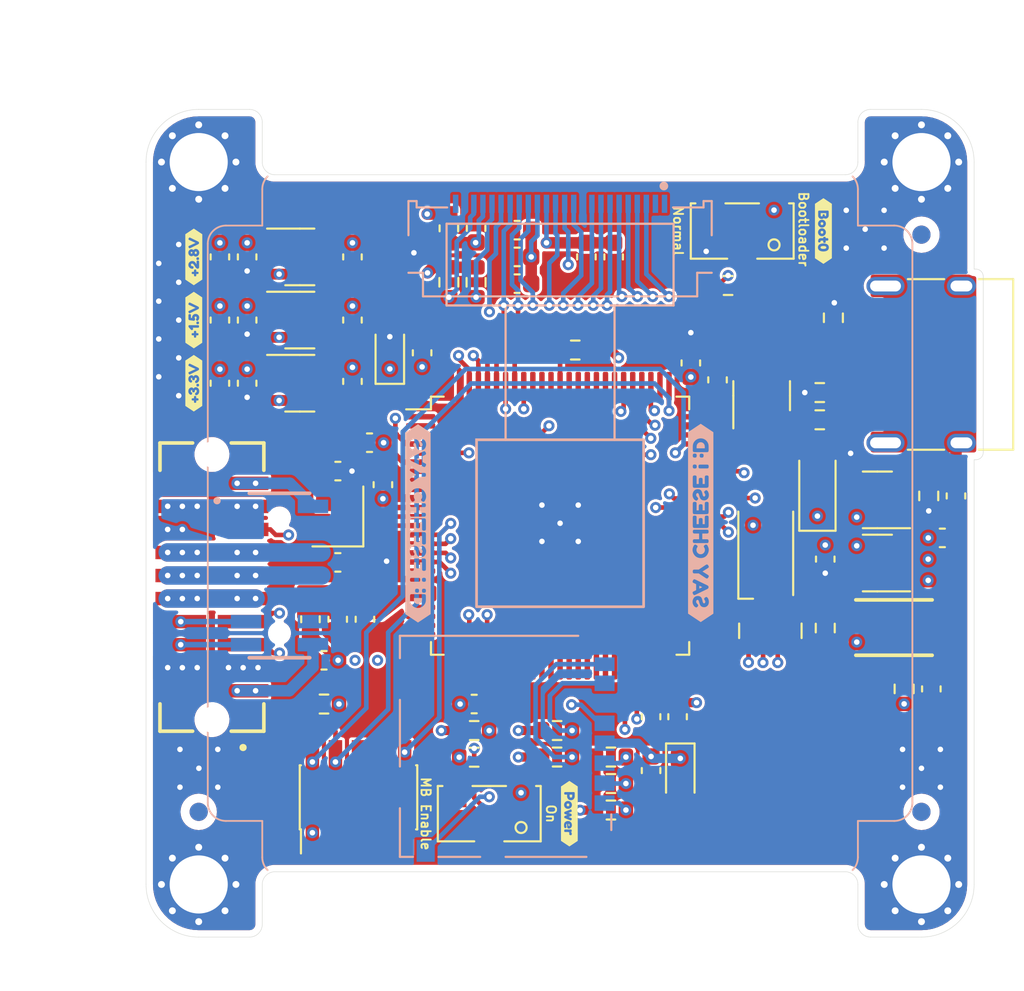
<source format=kicad_pcb>
(kicad_pcb (version 20221018) (generator pcbnew)
  (layers (0 "F.Cu" signal) (1 "In1.Cu" signal) (2 "In2.Cu" signal) (31 "B.Cu" signal) (34 "B.Paste" user) (35 "F.Paste" user) (36 "B.SilkS" user "B.Silkscreen") (37 "F.SilkS" user "F.Silkscreen") (38 "B.Mask" user) (39 "F.Mask" user) (44 "Edge.Cuts" user))
  (net 0 "")
  (net 1 "Net-(U1-VCAP1)")
  (net 2 "+3.3V")
  (net 3 "+3.3VA")
  (net 4 "Net-(U1-VCAP2)")
  (net 5 "Net-(J4-Pin_21)")
  (net 6 "Net-(J1-SHIELD)")
  (net 7 "Net-(D1-GK)")
  (net 8 "GND")
  (net 9 "/NRST")
  (net 10 "/XTAL_IN")
  (net 11 "/XTAL_OUT")
  (net 12 "Net-(D1-RK)")
  (net 13 "/BATT_P")
  (net 14 "Net-(D1-BK)")
  (net 16 "Net-(J1-CC2)")
  (net 18 "2.8V")
  (net 19 "Net-(J1-CC1)")
  (net 28 "Net-(Q1-G)")
  (net 29 "Net-(SW1-B)")
  (net 40 "1.5V")
  (net 49 "/COIL6_N")
  (net 51 "/POWER_EN")
  (net 52 "/SCL1")
  (net 54 "/SDA1")
  (net 55 "/3V3_MB")
  (net 56 "/BATT_N_SW")
  (net 57 "/BATT_P_SW")
  (net 59 "/PAYLOAD_EN")
  (net 60 "/COIL6_P")
  (net 62 "Net-(R4-Pad1)")
  (net 63 "/LED_IR")
  (net 64 "/DCMI_D4")
  (net 65 "/DCMI_D6")
  (net 66 "/DCMI_D7")
  (net 67 "/BOOT0")
  (net 68 "/LED_R")
  (net 69 "/LED_G")
  (net 70 "/LED_B")
  (net 71 "/DCMI_HSYNC")
  (net 72 "/DAC")
  (net 73 "/DCMI_PCLK")
  (net 74 "/SPI2_NSS")
  (net 75 "/SPI2_SCLK")
  (net 76 "/SPI2_MISO")
  (net 77 "/SPI2_MOSI")
  (net 78 "/EXPST")
  (net 79 "/FREX")
  (net 80 "/TIM4_CH1")
  (net 81 "/TIM4_CH2")
  (net 82 "/TIM4_CH3")
  (net 83 "/DCMI_D0")
  (net 84 "/DCMI_D1")
  (net 85 "/SDIO_D0")
  (net 86 "/SDIO_D1")
  (net 87 "/DCMI_CLK")
  (net 88 "VBUS")
  (net 89 "/DCMI_RST")
  (net 90 "/ES_D-")
  (net 91 "/ES_D+")
  (net 92 "/SWDIO")
  (net 93 "/SWCLK")
  (net 94 "/SPI3_SSEL")
  (net 95 "/SDIO_D2")
  (net 96 "/SDIO_D3")
  (net 97 "/SDIO_CLK")
  (net 98 "/SD_CD")
  (net 99 "/GPIO3")
  (net 100 "/SDIO_CMD")
  (net 101 "/GPIO1")
  (net 102 "/GPIO2")
  (net 103 "/UART2_TX")
  (net 104 "/UART2_RX")
  (net 105 "/DCMI_PWDN")
  (net 106 "/SPI3_SCLK")
  (net 107 "/SPI3_MISO")
  (net 108 "/SPI3_MOSI")
  (net 109 "/DCMI_D5")
  (net 110 "/DCMI_VSYNC")
  (net 111 "/I2C1_SCL")
  (net 112 "/I2C1_SDA")
  (net 113 "/DCMI_D2")
  (net 114 "/DCMI_D3")
  (net 121 "/D+")
  (net 122 "/D-")
  (net 125 "/ADPT_STAT")
  (net 126 "/HI_POW")
  (net 127 "Net-(J1-VBUS-PadA4)")
  (net 130 "/UART3_RX")
  (net 131 "/UART3_TX")
  (footprint "Capacitor_SMD:C_0603_1608Metric" (layer "F.Cu") (at 98.3742 49.9514 90)
    (fp_text reference "C24" hide)
    (fp_text value "0.1uF")
  )
  (footprint "Capacitor_SMD:C_0603_1608Metric" (layer "F.Cu") (at 109.47 76.86 90)
    (fp_text reference "C3" hide)
    (fp_text value "0.1uF")
  )
  (footprint "Fiducial:Fiducial_1mm_Mask2mm" (layer "F.Cu") (at 122.9 82.1)
    (fp_text reference "REF**" hide)
    (fp_text value "Fiducial_1mm_Mask2mm")
  )
  (footprint "Resistor_SMD:R_0603_1608Metric" (layer "F.Cu") (at 117.3 59 180)
    (fp_text reference "R2" hide)
    (fp_text value "5.1K")
  )
  (footprint "Capacitor_SMD:C_0603_1608Metric" (layer "F.Cu") (at 90.7643 63.3264 180)
    (fp_text reference "C16" hide)
    (fp_text value "4pF")
  )
  (footprint "mainboard:MountingHole" (layer "F.Cu") (at 83.099995 46.300004)
    (fp_text reference "H1" hide)
    (fp_text value "MountingHole_Pad")
  )
  (footprint "Resistor_SMD:R_0603_1608Metric" (layer "F.Cu") (at 105.8 80.54)
    (fp_text reference "R14" hide)
    (fp_text value "10K")
  )
  (footprint "Inductor_SMD:L_0603_1608Metric" (layer "F.Cu") (at 89.2542 71.4906 -90)
    (fp_text reference "FB1" hide)
    (fp_text value "120R")
  )
  (footprint "Resistor_SMD:R_0603_1608Metric" (layer "F.Cu") (at 123.3 64.695 -90)
    (fp_text reference "R1" hide)
    (fp_text value "1M")
  )
  (footprint "kibuzzard-63E3EAF3" (layer "F.Cu") (at 103.51082 82.2 -90)
    (fp_text reference "kibuzzard-63E3EAF3" hide)
    (fp_text value "G***" hide)
  )
  (footprint "kibuzzard-63E3EC1C" (layer "F.Cu") (at 82.8294 51.5262 90)
    (fp_text reference "kibuzzard-63E3EC1C" hide)
    (fp_text value "G***" hide)
  )
  (footprint "Capacitor_SMD:C_0603_1608Metric" (layer "F.Cu") (at 124.8 64.695 90)
    (fp_text reference "C35" hide)
    (fp_text value "4.7nF")
  )
  (footprint "Capacitor_SMD:C_0603_1608Metric" (layer "F.Cu") (at 117.602 68.1756 -90)
    (fp_text reference "C15" hide)
    (fp_text value "1uF")
  )
  (footprint "Resistor_SMD:R_0603_1608Metric" (layer "F.Cu") (at 105.8 79.08)
    (fp_text reference "R10" hide)
    (fp_text value "10K")
  )
  (footprint "Resistor_SMD:R_0603_1608Metric" (layer "F.Cu") (at 118.05 54.879 90)
    (fp_text reference "R3" hide)
    (fp_text value "5.1K")
  )
  (footprint "Capacitor_SMD:C_0603_1608Metric" (layer "F.Cu") (at 92.2542 71.4906 90)
    (fp_text reference "C10" hide)
    (fp_text value "10nF")
  )
  (footprint "Capacitor_SMD:C_0603_1608Metric" (layer "F.Cu") (at 108.01 79.825 90)
    (fp_text reference "C20" hide)
    (fp_text value "1uF")
  )
  (footprint "Capacitor_SMD:C_0603_1608Metric" (layer "F.Cu") (at 123.444 75.326 -90)
    (fp_text reference "C13" hide)
    (fp_text value "0.1uF")
  )
  (footprint "Connector_PinHeader_1.27mm:PinHeader_2x05_P1.27mm_Vertical_SMD" (layer "F.Cu") (at 91.9 81.3 90)
    (fp_text reference "J2" hide)
    (fp_text value "02x05 M 1.27mm")
  )
  (footprint "Capacitor_SMD:C_0603_1608Metric" (layer "F.Cu") (at 84.267 51.5262 -90)
    (fp_text reference "C28" hide)
    (fp_text value "10uF")
  )
  (footprint "Resistor_SMD:R_0603_1608Metric" (layer "F.Cu") (at 112.25 53.1 180)
    (fp_text reference "R6" hide)
    (fp_text value "10K")
  )
  (footprint "Connector_USB:USB_C_Receptacle_HRO_TYPE-C-31-M-12" (layer "F.Cu") (at 124.05 57.45 90)
    (fp_text reference "J1" hide)
    (fp_text value "USB_C_Receptacle_USB2.0")
  )
  (footprint "Resistor_SMD:R_0603_1608Metric" (layer "F.Cu") (at 98.27 77.62)
    (fp_text reference "R9" hide)
    (fp_text value "10K")
  )
  (footprint "Capacitor_SMD:C_0603_1608Metric" (layer "F.Cu") (at 100.6348 50.053 180)
    (fp_text reference "C29" hide)
    (fp_text value "0.1uF")
  )
  (footprint "Resistor_SMD:R_0603_1608Metric" (layer "F.Cu") (at 90 76.16 180)
    (fp_text reference "R8" hide)
    (fp_text value "1K")
  )
  (footprint "Resistor_SMD:R_0603_1608Metric" (layer "F.Cu") (at 117.3 60.5 180)
    (fp_text reference "R20" hide)
    (fp_text value "0R")
  )
  (footprint "Capacitor_SMD:C_0603_1608Metric" (layer "F.Cu") (at 85.767 55.006 -90)
    (fp_text reference "C34" hide)
    (fp_text value "1uF")
  )
  (footprint "Resistor_SMD:R_0603_1608Metric" (layer "F.Cu") (at 103.8352 56.657 180)
    (fp_text reference "R19" hide)
    (fp_text value "10K")
  )
  (footprint "Package_QFP:LQFP-100_14x14mm_P0.5mm" (layer "F.Cu") (at 103 66.3344)
    (fp_text reference "U1" hide)
    (fp_text value "STM32H743VITx")
  )
  (footprint "Resistor_SMD:R_0603_1608Metric" (layer "F.Cu") (at 102.835 77.62)
    (fp_text reference "R11" hide)
    (fp_text value "10K")
  )
  (footprint "mainboard:MountingHole" (layer "F.Cu") (at 122.899995 46.300004)
    (fp_text reference "H2" hide)
    (fp_text value "MountingHole_Pad")
  )
  (footprint "Package_TO_SOT_SMD:SOT-23-6" (layer "F.Cu") (at 120.4722 68.3918 180)
    (fp_text reference "Q1" hide)
    (fp_text value "SQ3495EV-T1")
  )
  (footprint "LED_SMD:LED_RGB_Wuerth-PLCC4_3.2x2.8mm_150141M173100" (layer "F.Cu") (at 114.3254 67.8584 90)
    (fp_text reference "D1" hide)
    (fp_text value "150141M173100")
  )
  (footprint "Capacitor_SMD:C_0603_1608Metric" (layer "F.Cu") (at 110.2 57.3682 -90)
    (fp_text reference "C2" hide)
    (fp_text value "0.1uF")
  )
  (footprint "cameraboard:CAS-120TA" (layer "F.Cu") (at 113.03 50.1 180)
    (fp_text reference "SW1" hide)
    (fp_text value "CAS-120TA" hide)
  )
  (footprint "Package_TO_SOT_SMD:SOT-23-6" (layer "F.Cu") (at 114.1 59.1716 90)
    (fp_text reference "U2" hide)
    (fp_text value "WE-TVS-82400102")
  )
  (footprint "Capacitor_SMD:C_0603_1608Metric" (layer "F.Cu") (at 92.5068 61.7624)
    (fp_text reference "C8" hide)
    (fp_text value "0.1uF")
  )
  (footprint "Fiducial:Fiducial_1mm_Mask2mm" (layer "F.Cu") (at 122.9 50.3)
    (fp_text reference "REF**" hide)
    (fp_text value "Fiducial_1mm_Mask2mm")
  )
  (footprint "kibuzzard-63E3EBF1" (layer "F.Cu") (at 82.8294 58.4858 90)
    (fp_text reference "kibuzzard-63E3EBF1" hide)
    (fp_text value "G***" hide)
  )
  (footprint "Package_TO_SOT_SMD:TSOT-23-6" (layer "F.Cu") (at 120.4722 64.912 180)
    (fp_text reference "U6" hide)
    (fp_text value "LTC4412xS6")
  )
  (footprint "Capacitor_SMD:C_0603_1608Metric" (layer "F.Cu") (at 85.767 51.5262 -90)
    (fp_text reference "C33" hide)
    (fp_text value "1uF")
  )
  (footprint "Fiducial:Fiducial_1mm_Mask2mm" (layer "F.Cu") (at 83.1 82.1)
    (fp_text reference "REF**" hide)
    (fp_text value "Fiducial_1mm_Mask2mm")
  )
  (footprint "Capacitor_Tantalum_SMD:CP_EIA-2012-12_Kemet-R" (layer "F.Cu") (at 109.62 80.0425 -90)
    (fp_text reference "C19" hide)
    (fp_text value "47uF")
  )
  (footprint "Capacitor_SMD:C_0603_1608Metric" (layer "F.Cu") (at 104.45 51.5262 -90)
    (fp_text reference "C22" hide)
    (fp_text value "1uF")
  )
  (footprint "Capacitor_SMD:C_0603_1608Metric" (layer "F.Cu") (at 111.67 58.3 -90)
    (fp_text reference "C6" hide)
    (fp_text value "2.2uF")
  )
  (footprint "Capacitor_Tantalum_SMD:CP_EIA-2012-12_Kemet-R" (layer "F.Cu") (at 93.6244 56.8094 90)
    (fp_text reference "C1" hide)
    (fp_text value "47uF")
  )
  (footprint "Package_TO_SOT_SMD:SOT-23-5" (layer "F.Cu") (at 88.667 58.4858)
    (fp_text reference "U3" hide)
    (fp_text value "XC6210B332MR-G")
  )
  (footprint "Capacitor_SMD:C_0603_1608Metric" (layer "F.Cu") (at 91.567 58.3858 -90)
    (fp_text reference "C25" hide)
    (fp_text value "1uF")
  )
  (footprint "Capacitor_SMD:C_0603_1608Metric" (layer "F.Cu") (at 95.4024 56.8094 -90)
    (fp_text reference "C7" hide)
    (fp_text value "0.1uF")
  )
  (footprint "Capacitor_SMD:C_0603_1608Metric" (layer "F.Cu") (at 91.567 55.006 -90)
    (fp_text reference "C32" hide)
    (fp_text value "1uF")
  )
  (footprint "mainboard:MountingHole" (layer "F.Cu") (at 83.099995 86.100004)
    (fp_text reference "H4" hide)
    (fp_text value "MountingHole_Pad")
  )
  (footprint "Capacitor_SMD:C_0603_1608Metric" (layer "F.Cu") (at 100.6348 51.5262 180)
    (fp_text reference "C27" hide)
    (fp_text value "10uF")
  )
  (footprint "Package_TO_SOT_SMD:SOT-23-5" (layer "F.Cu") (at 88.667 51.5262)
    (fp_text reference "U4" hide)
    (fp_text value "AP7366-28W5-7")
  )
  (footprint "Capacitor_SMD:C_0603_1608Metric" (layer "F.Cu") (at 100.6348 52.9994 180)
    (fp_text reference "C26" hide)
    (fp_text value "1uF")
  )
  (footprint "Capacitor_SMD:C_0603_1608Metric" (layer "F.Cu") (at 105.95 51.5262 -90)
    (fp_text reference "C23" hide)
    (fp_text value "10uF")
  )
  (footprint "mainboard:MountingHole" (layer "F.Cu") (at 122.899995 86.100004)
    (fp_text reference "H3" hide)
    (fp_text value "MountingHole_Pad")
  )
  (footprint "Capacitor_SMD:C_0603_1608Metric" (layer "F.Cu") (at 90.7643 68.356 180)
    (fp_text reference "C17" hide)
    (fp_text value "4pF")
  )
  (footprint "Resistor_SMD:R_0603_1608Metric" (layer "F.Cu") (at 102.835 79.08)
    (fp_text reference "R12" hide)
    (fp_text value "10K")
  )
  (footprint "kibuzzard-63E3EC09" (layer "F.Cu") (at 82.8294 55.006 90)
    (fp_text reference "kibuzzard-63E3EC09" hide)
    (fp_text value "G***" hide)
  )
  (footprint "custom-footprints:pycubed_mini_half" (layer "F.Cu") (at 116.2 78.2)
    (fp_text reference "Ref**" hide)
    (fp_text value "Val**" hide)
  )
  (footprint "Capacitor_SMD:C_0603_1608Metric" (layer "F.Cu") (at 98.27 76.16 180)
    (fp_text reference "C5" hide)
    (fp_text value "0.1uF")
  )
  (footprint "Resistor_SMD:R_0603_1608Metric" (layer "F.Cu") (at 117.602 71.9732 -90)
    (fp_text reference "R4" hide)
    (fp_text value "100R")
  )
  (footprint "Resistor_SMD:R_0603_1608Metric" (layer "F.Cu") (at 121.9454 75.326 90)
    (fp_text reference "R5" hide)
    (fp_text value "10K")
  )
  (footprint "Diode_SMD:D_SOD-123F" (layer "F.Cu") (at 117.1702 64.404 90)
    (fp_text reference "D2" hide)
    (fp_text value "MBR1020VL-AU_R1")
  )
  (footprint "mainboard:SAMTEC_TFM-110-12-X-D-A" (layer "F.Cu") (at 83.827972 69.716023 90)
    (fp_text reference "J5" hide)
    (fp_text value "TFM-110-12-X-D-A")
  )
  (footprint "Capacitor_SMD:C_0603_1608Metric" (layer "F.Cu") (at 124.0496 67.0064)
    (fp_text reference "C14" hide)
    (fp_text value "1uF")
  )
  (footprint "mainboard:BTN_KMR2" (layer "F.Cu") (at 121.3866 71.9478)
    (fp_text reference "SW2" hide)
    (fp_text value "KMR2x")
  )
  (footprint "Capacitor_SMD:C_0603_1608Metric" (layer "F.Cu") (at 108.01 76.86 90)
    (fp_text reference "C4" hide)
    (fp_text value "2.2uF")
  )
  (footprint "Resistor_SMD:R_Array_Concave_4x0603" (layer "F.Cu") (at 114.5794 72.1256 90)
    (fp_text reference "RN1" hide)
    (fp_text value "330R")
  )
  (footprint "Inductor_SMD:L_0603_1608Metric" (layer "F.Cu") (at 96.8756 49.9514 -90)
    (fp_text reference "FB2" hide)
    (fp_text value "120R")
  )
  (footprint "Resistor_SMD:R_0603_1608Metric" (layer "F.Cu") (at 98.3742 52.9232 -90)
    (fp_text reference "R15" hide)
    (fp_text value "10K")
  )
  (footprint "Capacitor_SMD:C_0603_1608Metric" (layer "F.Cu") (at 90.7542 71.4906 90)
    (fp_text reference "C11" hide)
    (fp_text value "1uF")
  )
  (footprint "kibuzzard-63E3EA3E" (layer "F.Cu") (at 117.5 50.1 -90)
    (fp_text reference "kibuzzard-63E3EA3E" hide)
    (fp_text value "G***" hide)
  )
  (footprint "Capacitor_SMD:C_0603_1608Metric" (layer "F.Cu") (at 84.267 55.006 -90)
    (fp_text reference "C31" hide)
    (fp_text value "10uF")
  )
  (footprint "Capacitor_SMD:C_0603_1608Metric" (layer "F.Cu") (at 85.767 58.4858 -90)
    (fp_text reference "C21" hide)
    (fp_text value "1uF")
  )
  (footprint "Capacitor_SMD:C_0603_1608Metric" (layer "F.Cu") (at 90 73.75)
    (fp_text reference "C12" hide)
    (fp_text value "1uF")
  )
  (footprint "Capacitor_SMD:C_0603_1608Metric" (layer "F.Cu") (at 93.2434 64.0738 -90)
    (fp_text reference "C9" hide)
    (fp_text value "0.1uF")
  )
  (footprint "cameraboard:CAS-120TA" (layer "F.Cu") (at 99.1 82.2 180)
    (fp_text reference "SW3" hide)
    (fp_text value "CAS-120TA" hide)
  )
  (footprint "Capacitor_SMD:C_0603_1608Metric" (layer "F.Cu") (at 84.267 58.4858 -90)
    (fp_text reference "C18" hide)
    (fp_text value "10uF")
  )
  (footprint "Package_TO_SOT_SMD:SOT-23-5" (layer "F.Cu") (at 88.667 55.006)
    (fp_text reference "U5" hide)
    (fp_text value "TLV75515PDBVR")
  )
  (footprint "Capacitor_SMD:C_0603_1608Metric" (layer "F.Cu") (at 91.567 51.5262 -90)
    (fp_text reference "C30" hide)
    (fp_text value "1uF")
  )
  (footprint "Resistor_SMD:R_0603_1608Metric" (layer "F.Cu") (at 98.27 79.09 180)
    (fp_text reference "R7" hide)
    (fp_text value "10K")
  )
  (footprint "Resistor_SMD:R_0603_1608Metric" (layer "F.Cu") (at 96.8756 52.9232 -90)
    (fp_text reference "R16" hide)
    (fp_text value "10K")
  )
  (footprint "Crystal:Crystal_SMD_2520-4Pin_2.5x2.0mm" (layer "F.Cu") (at 90.7643 65.8264 90)
    (fp_text reference "Y1" hide)
    (fp_text value "12MHz/7pF")
  )
  (footprint "Resistor_SMD:R_0603_1608Metric" (layer "F.Cu") (at 105.8 82)
    (fp_text reference "R13" hide)
    (fp_text value "10K")
  )
  (footprint "kibuzzard-63E3ED57" (layer "B.Cu") (at 95.1738 66.2074 -90)
    (fp_text reference "kibuzzard-63E3ED57" hide)
    (fp_text value "G***" hide)
  )
  (footprint "cameraboard:MOLEX_5051102491" (layer "B.Cu") (at 103 51.050001 180)
    (fp_text reference "J4" hide)
    (fp_text value "MOLEX_5051102491")
  )
  (footprint "cameraboard:SAMTEC_FLE-107-01-X-DV-A" (layer "B.Cu") (at 87.55 69.08 -90)
    (fp_text reference "J6" hide)
    (fp_text value "FLE-107-01-X-DV-A")
  )
  (footprint "kibuzzard-63E3ED57" (layer "B.Cu") (at 110.744 66.182 90)
    (fp_text reference "kibuzzard-63E3ED57" hide)
    (fp_text value "G***" hide)
  )
  (footprint "Connector_Card:microSD_HC_Molex_104031-0811" (layer "B.Cu") (at 100 78.5114 90)
    (fp_text reference "J3" hide)
    (fp_text value "USD-1040310811")
  )
  (footprint "Fiducial:Fiducial_1mm_Mask2mm" (layer "B.Cu") (at 122.9 50.3 180)
    (fp_text reference "REF**" hide)
    (fp_text value "Fiducial_1mm_Mask2mm")
  )
  (footprint "Fiducial:Fiducial_1mm_Mask2mm" (layer "B.Cu") (at 122.9 82.1 180)
    (fp_text reference "REF**" hide)
    (fp_text value "Fiducial_1mm_Mask2mm")
  )
  (footprint "Fiducial:Fiducial_1mm_Mask2mm" (layer "B.Cu") (at 83.1 82.1 180)
    (fp_text reference "REF**" hide)
    (fp_text value "Fiducial_1mm_Mask2mm")
  )
  (gr_line (start 83.6 81.6) (end 83.6 50.8) (stroke (width 0.1)) (layer "B.SilkS"))
  (gr_line (start 109.25 49.7) (end 96.75 49.7) (stroke (width 0.127)) (layer "B.SilkS"))
  (gr_line (start 119.4 47.8) (end 119.4 49.8) (stroke (width 0.1016)) (layer "B.SilkS"))
  (gr_arc (start 119.4 84.6) (mid 119.32388 84.982683) (end 119.107107 85.307107) (stroke (width 0.1016)) (layer "B.SilkS"))
  (gr_line (start 106 61.6) (end 106 54.2) (stroke (width 0.127)) (layer "B.SilkS"))
  (gr_line (start 84.6 49.8) (end 86.6 49.8) (stroke (width 0.1)) (layer "B.SilkS"))
  (gr_line (start 86.6 84.6) (end 86.6 82.6) (stroke (width 0.1)) (layer "B.SilkS"))
  (gr_arc (start 86.6 47.8) (mid 86.67612 47.417317) (end 86.892893 47.092893) (stroke (width 0.1016)) (layer "B.SilkS"))
  (gr_line (start 109.25 54.2) (end 109.25 49.7) (stroke (width 0.127)) (layer "B.SilkS"))
  (gr_line (start 121.4 82.6) (end 119.4 82.6) (stroke (width 0.1016)) (layer "B.SilkS"))
  (gr_arc (start 121.4 49.8) (mid 122.107107 50.092893) (end 122.4 50.8) (stroke (width 0.1016)) (layer "B.SilkS"))
  (gr_line (start 119.4 82.6) (end 119.4 84.6) (stroke (width 0.1016)) (layer "B.SilkS"))
  (gr_line (start 109.25 54.2) (end 96.75 54.2) (stroke (width 0.127)) (layer "B.SilkS"))
  (gr_line (start 99.9998 61.6) (end 100 54.2) (stroke (width 0.127)) (layer "B.SilkS"))
  (gr_rect (start 98.4 61.6) (end 107.6 70.8) (stroke (width 0.15)) (fill none) (layer "B.SilkS"))
  (gr_arc (start 84.6 82.6) (mid 83.892893 82.307107) (end 83.6 81.6) (stroke (width 0.1)) (layer "B.SilkS"))
  (gr_arc (start 122.4 81.6) (mid 122.107107 82.307107) (end 121.4 82.6) (stroke (width 0.1016)) (layer "B.SilkS"))
  (gr_arc (start 83.6 50.8) (mid 83.892893 50.092893) (end 84.6 49.8) (stroke (width 0.1)) (layer "B.SilkS"))
  (gr_line (start 86.6 82.6) (end 84.6 82.6) (stroke (width 0.1)) (layer "B.SilkS"))
  (gr_line (start 122.4 50.8) (end 122.4 81.6) (stroke (width 0.1016)) (layer "B.SilkS"))
  (gr_arc (start 86.892893 85.307107) (mid 86.67612 84.982684) (end 86.6 84.6) (stroke (width 0.1016)) (layer "B.SilkS"))
  (gr_line (start 86.6 49.8) (end 86.6 47.8) (stroke (width 0.1)) (layer "B.SilkS"))
  (gr_arc (start 119.107107 47.092893) (mid 119.32388 47.417316) (end 119.4 47.8) (stroke (width 0.1016)) (layer "B.SilkS"))
  (gr_line (start 96.75 54.2) (end 96.75 49.7) (stroke (width 0.127)) (layer "B.SilkS"))
  (gr_line (start 119.4 49.8) (end 121.4 49.8) (stroke (width 0.1016)) (layer "B.SilkS"))
  (gr_line (start 86.6 46.3) (end 86.6 44.1) (stroke (width 0.0254)) (layer "Edge.Cuts"))
  (gr_arc (start 120.1 89) (mid 119.605025 88.794975) (end 119.4 88.3) (stroke (width 0.0254)) (layer "Edge.Cuts"))
  (gr_arc (start 83.100001 89) (mid 81.049391 88.15061) (end 80.2 86.1) (stroke (width 0.0254)) (layer "Edge.Cuts"))
  (gr_line (start 119.4 46.3) (end 119.4 44.1) (stroke (width 0.0254)) (layer "Edge.Cuts"))
  (gr_line (start 119.4 46.3) (end 119.4 46.3) (stroke (width 0.0254)) (layer "Edge.Cuts"))
  (gr_arc (start 80.2 46.3) (mid 81.04939 44.24939) (end 83.1 43.4) (stroke (width 0.0254)) (layer "Edge.Cuts"))
  (gr_arc (start 125.9 52.2) (mid 126.182843 52.317157) (end 126.3 52.6) (stroke (width 0.0254)) (layer "Edge.Cuts"))
  (gr_line (start 126.3 62.3) (end 126.3 52.6) (stroke (width 0.0254)) (layer "Edge.Cuts"))
  (gr_arc (start 87.3 47) (mid 86.805025 46.794975) (end 86.6 46.3) (stroke (width 0.0254)) (layer "Edge.Cuts"))
  (gr_line (start 120.1 43.4) (end 122.9 43.4) (stroke (width 0.0254)) (layer "Edge.Cuts"))
  (gr_arc (start 126.3 62.3) (mid 126.182843 62.582843) (end 125.9 62.7) (stroke (width 0.0254)) (layer "Edge.Cuts"))
  (gr_arc (start 85.9 43.4) (mid 86.394975 43.605025) (end 86.6 44.1) (stroke (width 0.0254)) (layer "Edge.Cuts"))
  (gr_line (start 85.9 43.4) (end 83.1 43.4) (stroke (width 0.0254)) (layer "Edge.Cuts"))
  (gr_arc (start 118.7 85.4) (mid 119.194975 85.605025) (end 119.4 86.1) (stroke (width 0.0254)) (layer "Edge.Cuts"))
  (gr_arc (start 119.4 46.3) (mid 119.194975 46.794975) (end 118.7 47) (stroke (width 0.0254)) (layer "Edge.Cuts"))
  (gr_arc (start 86.6 86.1) (mid 86.805025 85.605025) (end 87.3 85.4) (stroke (width 0.0254)) (layer "Edge.Cuts"))
  (gr_line (start 125.9 52.2) (end 125.8 52.2) (stroke (width 0.0254)) (layer "Edge.Cuts"))
  (gr_line (start 125.8 62.7) (end 125.8 86.1) (stroke (width 0.0254)) (layer "Edge.Cuts"))
  (gr_line (start 85.9 89) (end 83.100001 89) (stroke (width 0.0254)) (layer "Edge.Cuts"))
  (gr_line (start 119.4 88.3) (end 119.4 86.1) (stroke (width 0.0254)) (layer "Edge.Cuts"))
  (gr_line (start 80.2 86.1) (end 80.2 46.3) (stroke (width 0.0254)) (layer "Edge.Cuts"))
  (gr_arc (start 86.6 88.3) (mid 86.394975 88.794975) (end 85.9 89) (stroke (width 0.0254)) (layer "Edge.Cuts"))
  (gr_arc (start 125.8 86.1) (mid 124.95061 88.150609) (end 122.900002 89) (stroke (width 0.0254)) (layer "Edge.Cuts"))
  (gr_line (start 86.6 86.1) (end 86.6 88.3) (stroke (width 0.0254)) (layer "Edge.Cuts"))
  (gr_line (start 125.8 52.2) (end 125.8 46.3) (stroke (width 0.0254)) (layer "Edge.Cuts"))
  (gr_arc (start 119.4 44.1) (mid 119.605025 43.605025) (end 120.1 43.4) (stroke (width 0.0254)) (layer "Edge.Cuts"))
  (gr_line (start 120.1 89) (end 122.900002 89) (stroke (width 0.0254)) (layer "Edge.Cuts"))
  (gr_line (start 118.7 47) (end 87.3 47) (stroke (width 0.0254)) (layer "Edge.Cuts"))
  (gr_line (start 125.9 62.7) (end 125.8 62.7) (stroke (width 0.0254)) (layer "Edge.Cuts"))
  (gr_line (start 118.7 85.4) (end 87.3 85.4) (stroke (width 0.0254)) (layer "Edge.Cuts"))
  (gr_arc (start 122.9 43.4) (mid 124.95061 44.24939) (end 125.8 46.3) (stroke (width 0.0254)) (layer "Edge.Cuts"))
  (gr_text "Bootloader" (at 116.4 50 270) (layer "F.SilkS") (effects (font (size 0.508 0.508) (thickness 0.1016))))
  (gr_text "On" (at 102.5 82.2 270) (layer "F.SilkS") (effects (font (size 0.508 0.508) (thickness 0.1016))))
  (gr_text "Normal" (at 109.5 50.1 270) (layer "F.SilkS") (effects (font (size 0.508 0.508) (thickness 0.1016))))
  (gr_text "MB Enable" (at 95.6 82.2 270) (layer "F.SilkS") (effects (font (size 0.508 0.508) (thickness 0.1016))))
  (segment (start 108 74.0094) (end 108 76.075) (width 0.254) (layer "F.Cu") (net 1))
  (segment (start 90.7273 73.7512) (end 89.2542 72.2781) (width 0.508) (layer "F.Cu") (net 2))
  (segment (start 100.7 77.62) (end 102 77.62) (width 0.508) (layer "F.Cu") (net 2))
  (segment (start 106.2228 57.0888) (end 105.791 56.657) (width 0.508) (layer "F.Cu") (net 2))
  (segment (start 95.7 52.406702) (end 96.008502 52.0982) (width 0.635) (layer "F.Cu") (net 2))
  (segment (start 109.47 75.307) (end 109 74.837) (width 0.3048) (layer "F.Cu") (net 2))
  (segment (start 97.4976 76.1388) (end 97.4976 74.0118) (width 0.3048) (layer "F.Cu") (net 2))
  (segment (start 96.008502 52.0982) (end 96.8756 52.0982) (width 0.635) (layer "F.Cu") (net 2))
  (segment (start 93.2434 64.8488) (end 93.729 65.3344) (width 0.3048) (layer "F.Cu") (net 2))
  (segment (start 94.3538 62.8344) (end 93.2818 61.7624) (width 0.3048) (layer "F.Cu") (net 2))
  (segment (start 104.1 82.01) (end 104.965 82.01) (width 0.508) (layer "F.Cu") (net 2))
  (segment (start 100.7 79.08) (end 102 79.08) (width 0.508) (layer "F.Cu") (net 2))
  (segment (start 91.492 57.5358) (end 89.8045 57.5358) (width 0.508) (layer "F.Cu") (net 2))
  (segment (start 110.675 58.6182) (end 110.675 60.3344) (width 0.3048) (layer "F.Cu") (net 2))
  (segment (start 96.46 77.62) (end 97.445 77.62) (width 0.508) (layer "F.Cu") (net 2))
  (segment (start 105.791 56.657) (end 104.6602 56.657) (width 0.508) (layer "F.Cu") (net 2))
  (segment (start 110.515 76.085) (end 109.47 76.085) (width 0.508) (layer "F.Cu") (net 2))
  (segment (start 109.47 76.085) (end 109.47 75.307) (width 0.3048) (layer "F.Cu") (net 2))
  (segment (start 104.975 82) (end 104.975 79.09) (width 0.508) (layer "F.Cu") (net 2))
  (segment (start 93.729 65.3344) (end 95.325 65.3344) (width 0.3048) (layer "F.Cu") (net 2))
  (segment (start 98.3742 52.0982) (end 96.8756 52.0982) (width 0.635) (layer "F.Cu") (net 2))
  (segment (start 110.2 58.1432) (end 110.675 58.6182) (width 0.3048) (layer "F.Cu") (net 2))
  (segment (start 109 74.837) (end 109 74.0094) (width 0.3048) (layer "F.Cu") (net 2))
  (segment (start 95.325 62.8344) (end 94.3538 62.8344) (width 0.3048) (layer "F.Cu") (net 2))
  (via (at 100.7 79.08) (size 0.6096) (drill 0.3048) (layers "F.Cu" "B.Cu") (net 2))
  (via (at 89.36 83.25) (size 0.6096) (drill 0.3048) (layers "F.Cu" "B.Cu") (net 2))
  (via (at 93.2434 64.8488) (size 0.6096) (drill 0.3048) (layers "F.Cu" "B.Cu") (net 2))
  (via (at 93.2818 61.7624) (size 0.6096) (drill 0.3048) (layers "F.Cu" "B.Cu") (net 2))
  (via (at 109.62 79.155) (size 0.6096) (drill 0.3048) (layers "F.Cu" "B.Cu") (net 2))
  (via (at 110.2 58.1432) (size 0.6096) (drill 0.3048) (layers "F.Cu" "B.Cu") (net 2))
  (via (at 90.825 76.16) (size 0.6096) (drill 0.3048) (layers "F.Cu" "B.Cu") (net 2))
  (via (at 96.46 77.62) (size 0.6096) (drill 0.3048) (layers "F.Cu" "B.Cu") (net 2))
  (via (at 100.7 77.62) (size 0.6096) (drill 0.3048) (layers "F.Cu" "B.Cu") (net 2))
  (via (at 97.495 76.16) (size 0.6096) (drill 0.3048) (layers "F.Cu" "B.Cu") (net 2))
  (via (at 113.6254 66.3084) (size 0.6096) (drill 0.3048) (layers "F.Cu" "B.Cu") (net 2))
  (via (at 114.779999 48.947) (size 0.6096) (drill 0.3048) (layers "F.Cu" "B.Cu") (net 2))
  (via (at 90.775 73.75) (size 0.6096) (drill 0.3048) (layers "F.Cu" "B.Cu") (net 2))
  (via (at 106.2228 57.0888) (size 0.6096) (drill 0.3048) (layers "F.Cu" "B.Cu") (net 2))
  (via (at 95.7 52.406702) (size 0.6096) (drill 0.3048) (layers "F.Cu" "B.Cu") (net 2))
  (via (at 104.1 82.01) (size 0.6096) (drill 0.3048) (layers "F.Cu" "B.Cu") (net 2))
  (via (at 121.9454 76.151) (size 0.6096) (drill 0.3048) (layers "F.Cu" "B.Cu") (net 2))
  (via (at 110.515 76.085) (size 0.6096) (drill 0.3048) (layers "F.Cu" "B.Cu") (net 2))
  (via (at 95.4024 57.5844) (size 0.6096) (drill 0.3048) (layers "F.Cu" "B.Cu") (net 2))
  (via (at 108.01 79.05) (size 0.6096) (drill 0.3048) (layers "F.Cu" "B.Cu") (net 2))
  (via (at 91.567 57.6108) (size 0.6096) (drill 0.3048) (layers "F.Cu" "B.Cu") (net 2))
  (via (at 93.6244 57.6969) (size 0.6096) (drill 0.3048) (layers "F.Cu" "B.Cu") (net 2))
  (segment (start 109.62 79.155) (end 108.115 79.155) (width 0.508) (layer "B.Cu") (net 2))
  (segment (start 107.2764 78.3164) (end 105.45 78.3164) (width 0.508) (layer "B.Cu") (net 2))
  (segment (start 108.115 79.155) (end 108.01 79.05) (width 0.508) (layer "B.Cu") (net 2))
  (segment (start 108.01 79.05) (end 107.2764 78.3164) (width 0.508) (layer "B.Cu") (net 2))
  (segment (start 112.06 59.465) (end 111.67 59.075) (width 0.3048) (layer "F.Cu") (net 4))
  (segment (start 112.06 60.98) (end 112.06 59.465) (width 0.3048) (layer "F.Cu") (net 4))
  (segment (start 110.675 61.3344) (end 111.7056 61.3344) (width 0.3048) (layer "F.Cu") (net 4))
  (segment (start 111.7056 61.3344) (end 112.06 60.98) (width 0.3048) (layer "F.Cu") (net 4))
  (segment (start 98.3488 50.7387) (end 96.8881 50.7387) (width 0.635) (layer "F.Cu") (net 5))
  (via (at 98.3488 50.7387) (size 0.6096) (drill 0.3048) (layers "F.Cu" "B.Cu") (net 5))
  (segment (start 98.3488 50.7387) (end 98.5266 50.5609) (width 0.254) (layer "B.Cu") (net 5))
  (segment (start 98.5266 50.5609) (end 98.5266 49.5234) (width 0.254) (layer "B.Cu") (net 5))
  (segment (start 98.5266 49.5234) (end 98.750001 49.299999) (width 0.254) (layer "B.Cu") (net 5))
  (segment (start 98.750001 49.299999) (end 98.750001 48.600001) (width 0.254) (layer "B.Cu") (net 5))
  (segment (start 124.8 63.92) (end 124.8 62.186948) (width 0.635) (layer "F.Cu") (net 6))
  (segment (start 124.8 63.92) (end 123.35 63.92) (width 0.635) (layer "F.Cu") (net 6))
  (segment (start 114.1794 70.5444) (end 115.0254 69.6984) (width 0.254) (layer "F.Cu") (net 7))
  (segment (start 114.1794 71.1232) (end 114.1794 70.5444) (width 0.254) (layer "F.Cu") (net 7))
  (via (at 81.392428 74.154177) (size 0.6096) (drill 0.3048) (layers "F.Cu" "B.Cu") (net 8))
  (via (at 82 52.9232) (size 0.6096) (drill 0.3048) (layers "F.Cu" "B.Cu") (net 8))
  (via (at 85.767 52.3012) (size 0.6096) (drill 0.3048) (layers "F.Cu" "B.Cu") (net 8))
  (via (at 123.9414 78.6586) (size 0.6096) (drill 0.3048) (layers "F.Cu" "B.Cu") (net 8))
  (via (at 102 65.2) (size 0.6096) (drill 0.3048) (layers "F.Cu" "B.Cu") (net 8))
  (via (at 82 50.8404) (size 0.6096) (drill 0.3048) (layers "F.Cu" "B.Cu") (net 8))
  (via (at 84.739628 74.154177) (size 0.6096) (drill 0.3048) (layers "F.Cu" "B.Cu") (net 8))
  (via (at 117.602 68.9506) (size 0.6096) (drill 0.3048) (layers "F.Cu" "B.Cu") (net 8))
  (via (at 121.8586 80.7414) (size 0.6096) (drill 0.3048) (layers "F.Cu" "B.Cu") (net 8))
  (via (at 118.7586 48.9586) (size 0.6096) (drill 0.3048) (layers "F.Cu" "B.Cu") (net 8))
  (via (at 116.475 59) (size 0.6096) (drill 0.3048) (layers "F.Cu" "B.Cu") (net 8))
  (via (at 86.365228 74.154177) (size 0.6096) (drill 0.3048) (layers "F.Cu" "B.Cu") (net 8))
  (via (at 80.9 53.9646) (size 0.6096) (drill 0.3048) (layers "F.Cu" "B.Cu") (net 8))
  (via (at 84.1514 78.6586) (size 0.6096) (drill 0.3048) (layers "F.Cu" "B.Cu") (net 8))
  (via (at 93.6244 55.9219) (size 0.6096) (drill 0.3048) (layers "F.Cu" "B.Cu") (net 8))
  (via (at 84.1514 80.7414) (size 0.6096) (drill 0.3048) (layers "F.Cu" "B.Cu") (net 8))
  (via (at 82 55.006) (size 0.6096) (drill 0.3048) (layers "F.Cu" "B.Cu") (net 8))
  (via (at 118.7586 51.0414) (size 0.6096) (drill 0.3048) (layers "F.Cu" "B.Cu") (net 8))
  (via (at 91.5393 63.3264) (size 0.6096) (drill 0.3048) (layers "F.Cu" "B.Cu") (net 8))
  (via (at 85.767 55.781) (size 0.6096) (drill 0.3048) (layers "F.Cu" "B.Cu") (net 8))
  (via (at 103 66.2) (size 0.6096) (drill 0.3048) (layers "F.Cu" "B.Cu") (net 8))
  (via (at 119.8 50) (size 0.6096) (drill 0.3048) (layers "F.Cu" "B.Cu") (net 8))
  (via (at 82 59.1716) (size 0.6096) (drill 0.3048) (layers "F.Cu" "B.Cu") (net 8))
  (via (at 118.999 62.3466) (size 0.6096) (drill 0.3048) (layers "F.Cu" "B.Cu") (net 8))
  (via (at 80.9 58.1302) (size 0.6096) (drill 0.3048) (layers "F.Cu" "B.Cu") (net 8))
  (via (at 118.1 54.054) (size 0.6096) (drill 0.3048) (layers "F.Cu" "B.Cu") (net 8))
  (via (at 104 67.2) (size 0.6096) (drill 0.3048) (layers "F.Cu" "B.Cu") (net 8))
  (via (at 82 57.0888) (size 0.6096) (drill 0.3048) (layers "F.Cu" "B.Cu") (net 8))
  (via (at 120.8414 48.9586) (size 0.6096) (drill 0.3048) (layers "F.Cu" "B.Cu") (net 8))
  (via (at 110.2 55.7) (size 0.6096) (drill 0.3048) (layers "F.Cu" "B.Cu") (net 8))
  (via (at 93.4466 68.2902) (size 0.6096) (drill 0.3048) (layers "F.Cu" "B.Cu") (net 8))
  (via (at 82.2 66.54) (size 0.6096) (drill 0.3048) (layers "F.Cu" "B.Cu") (net 8))
  (via (at 80.9 56.0474) (size 0.6096) (drill 0.3048) (layers "F.Cu" "B.Cu") (net 8))
  (via (at 83.11 79.7) (size 0.6096) (drill 0.3048) (layers "F.Cu" "B.Cu") (net 8))
  (via (at 111.045931 51.221022) (size 0.6096) (drill 0.3048) (layers "F.Cu" "B.Cu") (net 8))
  (via (at 104 65.2) (size 0.6096) (drill 0.3048) (layers "F.Cu" "B.Cu") (net 8))
  (via (at 85.5472 74.1576) (size 0.6096) (drill 0.3048) (layers "F.Cu" "B.Cu") (net 8))
  (via (at 102 67.2) (size 0.6096) (drill 0.3048) (layers "F.Cu" "B.Cu") (net 8))
  (via (at 82.0686 78.6586) (size 0.6096) (drill 0.3048) (layers "F.Cu" "B.Cu") (net 8))
  (via (at 85.767 59.2608) (size 0.6096) (drill 0.3048) (layers "F.Cu" "B.Cu") (net 8))
  (via (at 81.39 66.54) (size 0.6096) (drill 0.3048) (layers "F.Cu" "B.Cu") (net 8))
  (via (at 83.018028 74.154177) (size 0.6096) (drill 0.3048) (layers "F.Cu" "B.Cu") (net 8))
  (via (at 80.9 51.8818) (size 0.6096) (drill 0.3048) (layers "F.Cu" "B.Cu") (net 8))
  (via (at 123.3 65.52) (size 0.6096) (drill 0.3048) (layers "F.Cu" "B.Cu") (net 8))
  (via (at 123.9414 80.7414) (size 0.6096) (drill 0.3048) (layers "F.Cu" "B.Cu") (net 8))
  (via (at 121.8586 78.6586) (size 0.6096) (drill 0.3048) (layers "F.Cu" "B.Cu") (net 8))
  (via (at 94.950012 51.3) (size 0.6096) (drill 0.3048) (layers "F.Cu" "B.Cu") (net 8))
  (via (at 122.9 79.7) (size 0.6096) (drill 0.3048) (layers "F.Cu" "B.Cu") (net 8))
  (via (at 82.2 74.1576) (size 0.6096) (drill 0.3048) (layers "F.Cu" "B.Cu") (net 8))
  (via (at 120.8414 51.0414) (size 0.6096) (drill 0.3048) (layers "F.Cu" "B.Cu") (net 8))
  (via (at 82.0686 80.7414) (size 0.6096) (drill 0.3048) (layers "F.Cu" "B.Cu") (net 8))
  (segment (start 96.3502 66.8344) (end 95.325 66.8344) (width 0.254) (layer "F.Cu") (net 9))
  (segment (start 123.4366 72.7478) (end 119.3366 72.7478) (width 0.254) (layer "F.Cu") (net 9))
  (segment (start 121.9454 74.501) (end 123.394 74.501) (width 0.254) (layer "F.Cu") (net 9))
  (segment (start 123.444 74.551) (end 123.444 72.7552) (width 0.254) (layer "F.Cu") (net 9))
  (segment (start 96.9772 66.2074) (end 96.3502 66.8344) (width 0.254) (layer "F.Cu") (net 9))
  (via (at 94.44 78.81) (size 0.6096) (drill 0.3048) (layers "F.Cu" "B.Cu") (net 9))
  (via (at 119.3366 72.7478) (size 0.6096) (drill 0.3048) (layers "F.Cu" "B.Cu") (net 9))
  (via (at 96.9772 66.2074) (size 0.6096) (drill 0.3048) (layers "F.Cu" "B.Cu") (net 9))
  (segment (start 96.35 76.9) (end 96.35 66.8346) (width 0.254) (layer "B.Cu") (net 9))
  (segment (start 96.35 66.8346) (end 96.9772 66.2074) (width 0.254) (layer "B.Cu") (net 9))
  (segment (start 94.44 78.81) (end 96.35 76.9) (width 0.254) (layer "B.Cu") (net 9))
  (segment (start 90.8723 65.8344) (end 95.325 65.8344) (width 0.254) (layer "F.Cu") (net 10))
  (segment (start 90.0643 65.0264) (end 90.8723 65.8344) (width 0.254) (layer "F.Cu") (net 10))
  (segment (start 90.0643 64.9514) (end 90.0643 63.4014) (width 0.254) (layer "F.Cu") (net 10))
  (segment (start 91.8313 66.3344) (end 95.325 66.3344) (width 0.254) (layer "F.Cu") (net 11))
  (segment (start 91.4643 66.7014) (end 91.4643 68.281) (width 0.254) (layer "F.Cu") (net 11))
  (segment (start 113.3794 71.1232) (end 113.3794 69.5274) (width 0.254) (layer "F.Cu") (net 12))
  (via (at 123.27 69.3468) (size 0.6096) (drill 0.3048) (layers "F.Cu" "B.Cu") (net 13))
  (via (at 86.233 65.2676) (size 0.6096) (drill 0.3048) (layers "F.Cu" "B.Cu") (net 13))
  (via (at 85.217 65.2676) (size 0.6096) (drill 0.3048) (layers "F.Cu" "B.Cu") (net 13))
  (via (at 123.2746 67.0064) (size 0.6096) (drill 0.3048) (layers "F.Cu" "B.Cu") (net 13))
  (via (at 83.018028 65.264177) (size 0.6096) (drill 0.3048) (layers "F.Cu" "B.Cu") (net 13))
  (via (at 123.27 68.18) (size 0.6096) (drill 0.3048) (layers "F.Cu" "B.Cu") (net 13))
  (via (at 81.392428 65.264177) (size 0.6096) (drill 0.3048) (layers "F.Cu" "B.Cu") (net 13))
  (via (at 82.2 65.2676) (size 0.6096) (drill 0.3048) (layers "F.Cu" "B.Cu") (net 13))
  (segment (start 115.7548 68.3988) (end 115.0254 67.6694) (width 0.254) (layer "F.Cu") (net 14))
  (segment (start 115.7548 70.2771) (end 115.7548 68.3988) (width 0.254) (layer "F.Cu") (net 14))
  (segment (start 115.0254 67.6694) (end 115.0254 66.3084) (width 0.254) (layer "F.Cu") (net 14))
  (segment (start 115.5319 70.5) (end 115.7548 70.2771) (width 0.254) (layer "F.Cu") (net 14))
  (segment (start 114.9794 70.6588) (end 115.1382 70.5) (width 0.254) (layer "F.Cu") (net 14))
  (segment (start 114.9794 71.2756) (end 114.9794 70.6588) (width 0.254) (layer "F.Cu") (net 14))
  (segment (start 115.1382 70.5) (end 115.5319 70.5) (width 0.254) (layer "F.Cu") (net 14))
  (segment (start 120.005 55.7) (end 120.001 55.704) (width 0.3048) (layer "F.Cu") (net 16))
  (segment (start 120.001 55.704) (end 118.05 55.704) (width 0.3048) (layer "F.Cu") (net 16))
  (segment (start 89.8045 50.5762) (end 91.392 50.5762) (width 0.508) (layer "F.Cu") (net 18))
  (segment (start 96.8756 49.1639) (end 95.6819 49.1639) (width 0.635) (layer "F.Cu") (net 18))
  (segment (start 102.251204 50.7512) (end 102.250002 50.749998) (width 0.635) (layer "F.Cu") (net 18))
  (segment (start 95.6819 49.1639) (end 95.6818 49.164) (width 0.635) (layer "F.Cu") (net 18))
  (segment (start 105.95 50.7512) (end 102.251204 50.7512) (width 0.635) (layer "F.Cu") (net 18))
  (via (at 95.6818 49.164) (size 0.6096) (drill 0.3048) (layers "F.Cu" "B.Cu") (net 18))
  (via (at 91.567 50.7512) (size 0.6096) (drill 0.3048) (layers "F.Cu" "B.Cu") (net 18))
  (via (at 102.250002 50.749998) (size 0.6096) (drill 0.3048) (layers "F.Cu" "B.Cu") (net 18))
  (segment (start 102.250002 50.749998) (end 102.250002 48.600001) (width 0.254) (layer "B.Cu") (net 18))
  (segment (start 118.422368 58.702632) (end 118.125 59) (width 0.254) (layer "F.Cu") (net 19))
  (segment (start 120.302516 58.702632) (end 118.422368 58.702632) (width 0.254) (layer "F.Cu") (net 19))
  (segment (start 120.0912 64.912) (end 120.4722 65.293) (width 0.508) (layer "F.Cu") (net 28))
  (segment (start 120.7668 67.4418) (end 121.6097 67.4418) (width 0.508) (layer "F.Cu") (net 28))
  (segment (start 120.4722 65.293) (end 120.4722 67.1472) (width 0.508) (layer "F.Cu") (net 28))
  (segment (start 119.3347 64.912) (end 120.0912 64.912) (width 0.508) (layer "F.Cu") (net 28))
  (segment (start 120.4722 67.1472) (end 120.7668 67.4418) (width 0.508) (layer "F.Cu") (net 28))
  (segment (start 113.075 51.292001) (end 113.075 53.1) (width 0.381) (layer "F.Cu") (net 29))
  (segment (start 101.4098 50.053) (end 101.4098 51.5262) (width 0.635) (layer "F.Cu") (net 40))
  (segment (start 101.4098 51.5262) (end 101.4098 52.9994) (width 0.635) (layer "F.Cu") (net 40))
  (segment (start 89.8045 54.056) (end 91.392 54.056) (width 0.508) (layer "F.Cu") (net 40))
  (via (at 91.567 54.231) (size 0.6096) (drill 0.3048) (layers "F.Cu" "B.Cu") (net 40))
  (via (at 101.4098 51.5262) (size 0.6096) (drill 0.3048) (layers "F.Cu" "B.Cu") (net 40))
  (segment (start 101.750003 50.349997) (end 101.4098 50.6902) (width 0.254) (layer "B.Cu") (net 40))
  (segment (start 101.4098 50.6902) (end 101.4098 51.5262) (width 0.254) (layer "B.Cu") (net 40))
  (segment (start 101.750003 48.600001) (end 101.750003 50.349997) (width 0.254) (layer "B.Cu") (net 40))
  (via (at 86.233 75.4276) (size 0.6096) (drill 0.3048) (layers "F.Cu" "B.Cu") (net 49))
  (via (at 85.217 75.4276) (size 0.6096) (drill 0.3048) (layers "F.Cu" "B.Cu") (net 49))
  (segment (start 85.217 75.4276) (end 88.0872 75.4276) (width 0.635) (layer "B.Cu") (net 49))
  (segment (start 88.0872 75.4276) (end 89.3925 74.1223) (width 0.635) (layer "B.Cu") (net 49))
  (segment (start 89.3925 74.1223) (end 89.3925 72.89) (width 0.635) (layer "B.Cu") (net 49))
  (segment (start 99.1 82.16) (end 99.1 83.347001) (width 0.254) (layer "F.Cu") (net 51))
  (segment (start 98.27 81.33) (end 99.1 82.16) (width 0.254) (layer "F.Cu") (net 51))
  (segment (start 98.27 78.6) (end 98.27 81.33) (width 0.254) (layer "F.Cu") (net 51))
  (via (at 87.5295 59.4358) (size 0.6096) (drill 0.3048) (layers "F.Cu" "B.Cu") (net 51))
  (via (at 87.5295 52.4762) (size 0.6096) (drill 0.3048) (layers "F.Cu" "B.Cu") (net 51))
  (via (at 98.27 78.6) (size 0.6096) (drill 0.3048) (layers "F.Cu" "B.Cu") (net 51))
  (via (at 87.5295 55.956) (size 0.6096) (drill 0.3048) (layers "F.Cu" "B.Cu") (net 51))
  (via (at 92.95 73.7512) (size 0.6096) (drill 0.3048) (layers "F.Cu" "B.Cu") (net 51))
  (via (at 82.110001 72.890003) (size 0.6096) (drill 0.3048) (layers "F.Cu" "B.Cu") (net 52))
  (segment (start 82.110001 72.890003) (end 85.707497 72.890003) (width 0.3048) (layer "B.Cu") (net 52))
  (via (at 82.112972 71.621023) (size 0.6096) (drill 0.3048) (layers "F.Cu" "B.Cu") (net 54))
  (segment (start 82.113992 71.620003) (end 85.707497 71.620003) (width 0.3048) (layer "B.Cu") (net 54))
  (segment (start 82.112972 71.621023) (end 82.113992 71.620003) (width 0.3048) (layer "B.Cu") (net 54))
  (segment (start 85.546395 70.3476) (end 85.542972 70.351023) (width 0.7366) (layer "F.Cu") (net 55))
  (segment (start 81.392428 70.3476) (end 86.233 70.3476) (width 1.016) (layer "F.Cu") (net 55))
  (segment (start 86.233 70.3476) (end 85.546395 70.3476) (width 0.7366) (layer "F.Cu") (net 55))
  (via (at 83.018028 70.3476) (size 0.6096) (drill 0.3048) (layers "F.Cu" "B.Cu") (net 55))
  (via (at 86.233 70.3476) (size 0.6096) (drill 0.3048) (layers "F.Cu" "B.Cu") (net 55))
  (via (at 85.217 70.3476) (size 0.6096) (drill 0.3048) (layers "F.Cu" "B.Cu") (net 55))
  (via (at 82.2 70.351023) (size 0.6096) (drill 0.3048) (layers "F.Cu" "B.Cu") (net 55))
  (via (at 81.392428 70.3476) (size 0.6096) (drill 0.3048) (layers "F.Cu" "B.Cu") (net 55))
  (segment (start 86.233 70.3476) (end 85.7099 70.3476) (width 0.7366) (layer "B.Cu") (net 55))
  (segment (start 85.7099 70.3476) (end 85.7075 70.35) (width 0.7366) (layer "B.Cu") (net 55))
  (segment (start 81.392428 70.3476) (end 86.233 70.3476) (width 1.016) (layer "B.Cu") (net 55))
  (segment (start 81.392428 69.0776) (end 86.5632 69.0776) (width 1.016) (layer "F.Cu") (net 56))
  (segment (start 85.546395 69.0776) (end 85.542972 69.081023) (width 0.7366) (layer "F.Cu") (net 56))
  (segment (start 86.233 69.0776) (end 85.546395 69.0776) (width 0.7366) (layer "F.Cu") (net 56))
  (via (at 82.2 69.081023) (size 0.6096) (drill 0.3048) (layers "F.Cu" "B.Cu") (net 56))
  (via (at 81.392428 69.0776) (size 0.6096) (drill 0.3048) (layers "F.Cu" "B.Cu") (net 56))
  (via (at 83.018028 69.0776) (size 0.6096) (drill 0.3048) (layers "F.Cu" "B.Cu") (net 56))
  (via (at 85.217 69.08) (size 0.6096) (drill 0.3048) (layers "F.Cu" "B.Cu") (net 56))
  (via (at 86.233 69.0776) (size 0.6096) (drill 0.3048) (layers "F.Cu" "B.Cu") (net 56))
  (segment (start 81.392428 69.0776) (end 84.201 69.0776) (width 1.016) (layer "B.Cu") (net 56))
  (segment (start 85.1892 69.08) (end 89.8628 69.08) (width 1.016) (layer "B.Cu") (net 56))
  (segment (start 84.201 69.0776) (end 84.2034 69.08) (width 0.7366) (layer "B.Cu") (net 56))
  (segment (start 86.233 69.0776) (end 84.201 69.0776) (width 1.016) (layer "B.Cu") (net 56))
  (segment (start 84.2034 69.08) (end 85.1892 69.08) (width 0.7366) (layer "B.Cu") (net 56))
  (segment (start 86.5632 67.811023) (end 81.395851 67.811023) (width 1.016) (layer "F.Cu") (net 57))
  (via (at 86.233 67.81) (size 0.6096) (drill 0.3048) (layers "F.Cu" "B.Cu") (net 57))
  (via (at 85.217 67.81) (size 0.6096) (drill 0.3048) (layers "F.Cu" "B.Cu") (net 57))
  (via (at 83.018028 67.8076) (size 0.6096) (drill 0.3048) (layers "F.Cu" "B.Cu") (net 57))
  (via (at 81.392428 67.8076) (size 0.6096) (drill 0.3048) (layers "F.Cu" "B.Cu") (net 57))
  (via (at 82.2 67.811023) (size 0.6096) (drill 0.3048) (layers "F.Cu" "B.Cu") (net 57))
  (segment (start 85.217 67.81) (end 85.2146 67.8076) (width 0.7366) (layer "B.Cu") (net 57))
  (segment (start 85.2146 67.8076) (end 83.9978 67.8076) (width 1.016) (layer "B.Cu") (net 57))
  (segment (start 86.2306 67.81) (end 89.8628 67.81) (width 1.016) (layer "B.Cu") (net 57))
  (segment (start 83.9978 67.8076) (end 84.0002 67.81) (width 0.7366) (layer "B.Cu") (net 57))
  (segment (start 81.392428 67.8076) (end 83.9978 67.8076) (width 1.016) (layer "B.Cu") (net 57))
  (segment (start 84.0002 67.81) (end 86.2306 67.81) (width 1.016) (layer "B.Cu") (net 57))
  (segment (start 87.3453 66.8453) (end 87.041023 66.541023) (width 0.254) (layer "F.Cu") (net 59))
  (segment (start 88.05 66.8453) (end 87.3453 66.8453) (width 0.254) (layer "F.Cu") (net 59))
  (segment (start 87.041023 66.541023) (end 85.542972 66.541023) (width 0.254) (layer "F.Cu") (net 59))
  (segment (start 97.445 79.09) (end 97.445 80.952001) (width 0.254) (layer "F.Cu") (net 59))
  (via (at 97.445 79.09) (size 0.6096) (drill 0.3048) (layers "F.Cu" "B.Cu") (net 59))
  (via (at 88.05 66.8453) (size 0.6096) (drill 0.3048) (layers "F.Cu" "B.Cu") (net 59))
  (via (at 91.71 73.75) (size 0.6096) (drill 0.3048) (layers "F.Cu" "B.Cu") (net 59))
  (via (at 85.217 63.9976) (size 0.6096) (drill 0.3048) (layers "F.Cu" "B.Cu") (net 60))
  (via (at 86.233 63.9976) (size 0.6096) (drill 0.3048) (layers "F.Cu" "B.Cu") (net 60))
  (segment (start 88.1201 63.9976) (end 89.3925 65.27) (width 0.635) (layer "B.Cu") (net 60))
  (segment (start 85.217 63.9976) (end 88.1201 63.9976) (width 0.635) (layer "B.Cu") (net 60))
  (segment (start 119.3366 71.1478) (end 123.4366 71.1478) (width 0.254) (layer "F.Cu") (net 62))
  (segment (start 119.3366 71.1478) (end 117.6024 71.1478) (width 0.254) (layer "F.Cu") (net 62))
  (segment (start 101.8868 61.3306) (end 95.3288 61.3306) (width 0.254) (layer "F.Cu") (net 64))
  (segment (start 102.3874 60.83) (end 101.8868 61.3306) (width 0.254) (layer "F.Cu") (net 64))
  (via (at 102.3874 60.83) (size 0.6096) (drill 0.3048) (layers "F.Cu" "B.Cu") (net 64))
  (via (at 105.587303 54.1932) (size 0.6096) (drill 0.3048) (layers "F.Cu" "B.Cu") (net 64))
  (segment (start 105.750002 53.446798) (end 105.587303 53.609497) (width 0.254) (layer "B.Cu") (net 64))
  (segment (start 105.587303 53.609497) (end 105.587303 54.1932) (width 0.254) (layer "B.Cu") (net 64))
  (segment (start 105.750002 48.600001) (end 105.750002 53.446798) (width 0.254) (layer "B.Cu") (net 64))
  (segment (start 93.9292 61.221471) (end 94.0112 61.303471) (width 0.254) (layer "F.Cu") (net 65))
  (segment (start 93.9292 60.4162) (end 93.9292 61.221471) (width 0.254) (layer "F.Cu") (net 65))
  (segment (start 94.0112 61.321797) (end 94.523803 61.8344) (width 0.254) (layer "F.Cu") (net 65))
  (segment (start 94.0112 61.303471) (end 94.0112 61.321797) (width 0.254) (layer "F.Cu") (net 65))
  (segment (start 94.523803 61.8344) (end 95.325 61.8344) (width 0.254) (layer "F.Cu") (net 65))
  (via (at 93.9292 60.4162) (size 0.6096) (drill 0.3048) (layers "F.Cu" "B.Cu") (net 65))
  (via (at 103.1748 54.1932) (size 0.6096) (drill 0.3048) (layers "F.Cu" "B.Cu") (net 65))
  (segment (start 103.1748 53.5328) (end 104.1654 52.5422) (width 0.254) (layer "B.Cu") (net 65))
  (segment (start 103.1748 54.1932) (end 103.1748 53.5328) (width 0.254) (layer "B.Cu") (net 65))
  (segment (start 104.1654 52.5422) (end 104.1654 50.1654) (width 0.254) (layer "B.Cu") (net 65))
  (segment (start 103.750001 49.750001) (end 103.750001 48.600001) (width 0.254) (layer "B.Cu") (net 65))
  (segment (start 104.1654 50.1654) (end 103.750001 49.750001) (width 0.254) (layer "B.Cu") (net 65))
  (segment (start 97.9788 62.3212) (end 95.3382 62.3212) (width 0.254) (layer "F.Cu") (net 66))
  (via (at 102.404845 54.190758) (size 0.6096) (drill 0.3048) (layers "F.Cu" "B.Cu") (net 66))
  (via (at 97.9788 62.3212) (size 0.6096) (drill 0.3048) (layers "F.Cu" "B.Cu") (net 66))
  (segment (start 102.404845 54.190758) (end 102.404845 51.864355) (width 0.254) (layer "B.Cu") (net 66))
  (segment (start 102.404845 51.864355) (end 102.8446 51.4246) (width 0.254) (layer "B.Cu") (net 66))
  (segment (start 102.75 50.2423) (end 102.75 48.600001) (width 0.254) (layer "B.Cu") (net 66))
  (segment (start 102.8446 51.4246) (end 102.8446 50.3369) (width 0.254) (layer "B.Cu") (net 66))
  (segment (start 102.8446 50.3369) (end 102.75 50.2423) (width 0.254) (layer "B.Cu") (net 66))
  (segment (start 112.25 52.55) (end 111.7 53.1) (width 0.254) (layer "F.Cu") (net 67))
  (segment (start 111.7 53.1) (end 111.425 53.1) (width 0.254) (layer "F.Cu") (net 67))
  (segment (start 100 59.9) (end 100 58.6594) (width 0.254) (layer "F.Cu") (net 67))
  (via (at 112.25 52.55) (size 0.6096) (drill 0.3048) (layers "F.Cu" "B.Cu") (net 67))
  (via (at 100 59.9) (size 0.6096) (drill 0.3048) (layers "F.Cu" "B.Cu") (net 67))
  (segment (start 113.373253 73.865853) (end 113.3794 73.859706) (width 0.254) (layer "F.Cu") (net 68))
  (segment (start 96.9772 67.0456) (end 96.6884 67.3344) (width 0.254) (layer "F.Cu") (net 68))
  (segment (start 96.6884 67.3344) (end 95.325 67.3344) (width 0.254) (layer "F.Cu") (net 68))
  (segment (start 113.3794 73.859706) (end 113.3794 72.9756) (width 0.254) (layer "F.Cu") (net 68))
  (via (at 96.9772 67.0456) (size 0.6096) (drill 0.3048) (layers "F.Cu" "B.Cu") (net 68))
  (via (at 113.373253 73.865853) (size 0.6096) (drill 0.3048) (layers "F.Cu" "B.Cu") (net 68))
  (segment (start 114.1794 73.8718) (end 114.173 73.8782) (width 0.254) (layer "F.Cu") (net 69))
  (segment (start 114.1794 72.9756) (end 114.1794 73.8718) (width 0.254) (layer "F.Cu") (net 69))
  (segment (start 96.9772 68.1124) (end 96.6992 67.8344) (width 0.254) (layer "F.Cu") (net 69))
  (segment (start 96.6992 67.8344) (end 95.325 67.8344) (width 0.254) (layer "F.Cu") (net 69))
  (via (at 96.9772 68.1124) (size 0.6096) (drill 0.3048) (layers "F.Cu" "B.Cu") (net 69))
  (via (at 114.173 73.8782) (size 0.6096) (drill 0.3048) (layers "F.Cu" "B.Cu") (net 69))
  (segment (start 96.9772 68.9506) (end 96.361 68.3344) (width 0.254) (layer "F.Cu") (net 70))
  (segment (start 114.9858 72.982) (end 114.9858 73.8654) (width 0.254) (layer "F.Cu") (net 70))
  (segment (start 96.361 68.3344) (end 95.325 68.3344) (width 0.254) (layer "F.Cu") (net 70))
  (via (at 114.9858 73.8782) (size 0.6096) (drill 0.3048) (layers "F.Cu" "B.Cu") (net 70))
  (via (at 96.9772 68.9506) (size 0.6096) (drill 0.3048) (layers "F.Cu" "B.Cu") (net 70))
  (segment (start 97.9678 71.2366) (end 98 71.2688) (width 0.254) (layer "F.Cu") (net 71))
  (segment (start 98 71.2688) (end 98 74.0094) (width 0.254) (layer "F.Cu") (net 71))
  (via (at 101.4984 54.1932) (size 0.6096) (drill 0.3048) (layers "F.Cu" "B.Cu") (net 71))
  (via (at 97.9678 71.2366) (size 0.6096) (drill 0.3048) (layers "F.Cu" "B.Cu") (net 71))
  (segment (start 100.8256 50.5244) (end 101.250001 50.099999) (width 0.254) (layer "B.Cu") (net 71))
  (segment (start 101.250001 50.099999) (end 101.250001 48.600001) (width 0.254) (layer "B.Cu") (net 71))
  (segment (start 101.4984 53.482) (end 100.8256 52.8092) (width 0.254) (layer "B.Cu") (net 71))
  (segment (start 100.8256 52.8092) (end 100.8256 50.5244) (width 0.254) (layer "B.Cu") (net 71))
  (segment (start 101.4984 54.1932) (end 101.4984 53.482) (width 0.254) (layer "B.Cu") (net 71))
  (segment (start 98.9838 71.2366) (end 98.9838 73.9932) (width 0.254) (layer "F.Cu") (net 73))
  (via (at 104.8258 54.1932) (size 0.6096) (drill 0.3048) (layers "F.Cu" "B.Cu") (net 73))
  (via (at 98.9838 71.2366) (size 0.6096) (drill 0.3048) (layers "F.Cu" "B.Cu") (net 73))
  (segment (start 104.8258 53.6852) (end 105.250001 53.260999) (width 0.254) (layer "B.Cu") (net 73))
  (segment (start 105.250001 53.260999) (end 105.250001 48.600001) (width 0.254) (layer "B.Cu") (net 73))
  (segment (start 104.8258 54.1932) (end 104.8258 53.6852) (width 0.254) (layer "B.Cu") (net 73))
  (segment (start 112.268 66.69) (end 111.9124 66.3344) (width 0.254) (layer "F.Cu") (net 83))
  (segment (start 111.9124 66.3344) (end 110.675 66.3344) (width 0.254) (layer "F.Cu") (net 83))
  (via (at 106.4006 53.7106) (size 0.6096) (drill 0.3048) (layers "F.Cu" "B.Cu") (net 83))
  (via (at 112.268 66.69) (size 0.6096) (drill 0.3048) (layers "F.Cu" "B.Cu") (net 83))
  (segment (start 106.4006 53.7106) (end 106.250001 53.560001) (width 0.254) (layer "B.Cu") (net 83))
  (segment (start 106.250001 53.560001) (end 106.250001 48.600001) (width 0.254) (layer "B.Cu") (net 83))
  (segment (start 112.0314 65.8344) (end 110.675 65.8344) (width 0.254) (layer "F.Cu") (net 84))
  (segment (start 112.268 65.5978) (end 112.0314 65.8344) (width 0.254) (layer "F.Cu") (net 84))
  (via (at 112.268 65.5978) (size 0.6096) (drill 0.3048) (layers "F.Cu" "B.Cu") (net 84))
  (via (at 108.1024 53.7106) (size 0.6096) (drill 0.3048) (layers "F.Cu" "B.Cu") (net 84))
  (segment (start 108.1024 53.7106) (end 107.250002 52.858202) (width 0.254) (layer "B.Cu") (net 84))
  (segment (start 107.250002 52.858202) (end 107.250002 48.600001) (width 0.254) (layer "B.Cu") (net 84))
  (segment (start 108.2642 65.3344) (end 110.675 65.3344) (width 0.254) (layer "F.Cu") (net 85))
  (via (at 108.2642 65.3344) (size 0.6096) (drill 0.3048) (layers "F.Cu" "B.Cu") (net 85))
  (via (at 103.66 77.62) (size 0.6096) (drill 0.3048) (layers "F.Cu" "B.Cu") (net 85))
  (segment (start 102.44 75.7) (end 103.1236 75.0164) (width 0.254) (layer "B.Cu") (net 85))
  (segment (start 103.02 77.62) (end 102.44 77.04) (width 0.254) (layer "B.Cu") (net 85))
  (segment (start 103.66 77.62) (end 103.02 77.62) (width 0.254) (layer "B.Cu") (net 85))
  (segment (start 102.44 77.04) (end 102.44 75.7) (width 0.254) (layer "B.Cu") (net 85))
  (segment (start 103.1236 75.0164) (end 105.45 75.0164) (width 0.254) (layer "B.Cu") (net 85))
  (segment (start 109.0168 64.5818) (end 109.2694 64.8344) (width 0.254) (layer "F.Cu") (net 86))
  (segment (start 109.2694 64.8344) (end 110.675 64.8344) (width 0.254) (layer "F.Cu") (net 86))
  (via (at 103.66 79.08) (size 0.6096) (drill 0.3048) (layers "F.Cu" "B.Cu") (net 86))
  (via (at 109.0168 64.5818) (size 0.6096) (drill 0.3048) (layers "F.Cu" "B.Cu") (net 86))
  (segment (start 102.7936 73.9664) (end 105.45 73.9664) (width 0.254) (layer "B.Cu") (net 86))
  (segment (start 101.6508 78.0508) (end 101.6508 75.1092) (width 0.254) (layer "B.Cu") (net 86))
  (segment (start 101.6508 75.1092) (end 102.7936 73.9664) (width 0.254) (layer "B.Cu") (net 86))
  (segment (start 103.66 79.08) (end 102.68 79.08) (width 0.254) (layer "B.Cu") (net 86))
  (segment (start 102.68 79.08) (end 101.6508 78.0508) (width 0.254) (layer "B.Cu") (net 86))
  (segment (start 112.0344 64.3344) (end 110.675 64.3344) (width 0.254) (layer "F.Cu") (net 87))
  (segment (start 112.5104 64.8104) (end 112.0344 64.3344) (width 0.254) (layer "F.Cu") (net 87))
  (segment (start 113.7412 64.8104) (end 112.5104 64.8104) (width 0.254) (layer "F.Cu") (net 87))
  (via (at 113.7412 64.8104) (size 0.6096) (drill 0.3048) (layers "F.Cu" "B.Cu") (net 87))
  (via (at 103.45 51.95) (size 0.6096) (drill 0.3048) (layers "F.Cu" "B.Cu") (net 87))
  (segment (start 103.45 50.15) (end 103.250002 49.950002) (width 0.254) (layer "B.Cu") (net 87))
  (segment (start 103.250002 49.950002) (end 103.250002 48.600001) (width 0.254) (layer "B.Cu") (net 87))
  (segment (start 103.45 51.95) (end 103.45 50.15) (width 0.254) (layer "B.Cu") (net 87))
  (segment (start 114.452929 64.098671) (end 115.5476 63.004) (width 0.3048) (layer "F.Cu") (net 88))
  (segment (start 116.5125 60.3125) (end 115.4 59.2) (width 0.381) (layer "F.Cu") (net 88))
  (segment (start 112.598671 64.098671) (end 114.452929 64.098671) (width 0.3048) (layer "F.Cu") (net 88))
  (segment (start 116.5125 60.5) (end 116.5125 62.3463) (width 0.6096) (layer "F.Cu") (net 88))
  (segment (start 116.5125 62.3463) (end 117.1702 63.004) (width 0.6096) (layer "F.Cu") (net 88))
  (segment (start 115.5476 63.004) (end 117.1702 63.004) (width 0.3048) (layer "F.Cu") (net 88))
  (segment (start 115.4 59.2) (end 114.69 59.2) (width 0.381) (layer "F.Cu") (net 88))
  (segment (start 110.675 63.8344) (end 112.3344 63.8344) (width 0.3048) (layer "F.Cu") (net 88))
  (segment (start 114.69 59.2) (end 114.1 58.61) (width 0.381) (layer "F.Cu") (net 88))
  (segment (start 114.1 58.61) (end 114.1 58.0341) (width 0.381) (layer "F.Cu") (net 88))
  (segment (start 112.3344 63.8344) (end 112.598671 64.098671) (width 0.3048) (layer "F.Cu") (net 88))
  (segment (start 113.0479 63.3344) (end 110.675 63.3344) (width 0.254) (layer "F.Cu") (net 89))
  (segment (start 113.1316 63.4181) (end 113.0479 63.3344) (width 0.254) (layer "F.Cu") (net 89))
  (via (at 113.1316 63.4181) (size 0.6096) (drill 0.3048) (layers "F.Cu" "B.Cu") (net 89))
  (via (at 99.1108 54.5488) (size 0.6096) (drill 0.3048) (layers "F.Cu" "B.Cu") (net 89))
  (segment (start 99.750001 49.599999) (end 99.750001 48.600001) (width 0.254) (layer "B.Cu") (net 89))
  (segment (start 99.1108 51.704) (end 99.4664 51.3484) (width 0.254) (layer "B.Cu") (net 89))
  (segment (start 99.4664 51.3484) (end 99.4664 49.8836) (width 0.254) (layer "B.Cu") (net 89))
  (segment (start 99.1108 54.5488) (end 99.1108 51.704) (width 0.254) (layer "B.Cu") (net 89))
  (segment (start 99.4664 49.8836) (end 99.750001 49.599999) (width 0.254) (layer "B.Cu") (net 89))
  (segment (start 113.8756 62.8344) (end 110.675 62.8344) (width 0.254) (layer "F.Cu") (net 90))
  (segment (start 114.3 61.81) (end 114.3 62.41) (width 0.254) (layer "F.Cu") (net 90))
  (segment (start 115.05 61.06) (end 114.3 61.81) (width 0.254) (layer "F.Cu") (net 90))
  (segment (start 115.05 60.3091) (end 115.05 61.06) (width 0.254) (layer "F.Cu") (net 90))
  (segment (start 114.3 62.41) (end 113.8756 62.8344) (width 0.254) (layer "F.Cu") (net 90))
  (segment (start 110.721799 62.381199) (end 110.675 62.3344) (width 0.254) (layer "F.Cu") (net 91))
  (segment (start 113.15 61.1) (end 113.85 61.8) (width 0.254) (layer "F.Cu") (net 91))
  (segment (start 113.15 60.3091) (end 113.15 61.1) (width 0.254) (layer "F.Cu") (net 91))
  (segment (start 113.85 62.18) (end 113.648801 62.381199) (width 0.254) (layer "F.Cu") (net 91))
  (segment (start 113.648801 62.381199) (end 110.721799 62.381199) (width 0.254) (layer "F.Cu") (net 91))
  (segment (start 113.85 61.8) (end 113.85 62.18) (width 0.254) (layer "F.Cu") (net 91))
  (segment (start 109.8338 61.8344) (end 110.675 61.8344) (width 0.254) (layer "F.Cu") (net 92))
  (segment (start 109.347 62.3212) (end 109.8338 61.8344) (width 0.254) (layer "F.Cu") (net 92))
  (via (at 89.36 79.35) (size 0.6096) (drill 0.3048) (layers "F.Cu" "B.Cu") (net 92))
  (via (at 109.347 62.3212) (size 0.6096) (drill 0.3048) (layers "F.Cu" "B.Cu") (net 92))
  (segment (start 109.8 59) (end 109.8 61.8682) (width 0.254) (layer "B.Cu") (net 92))
  (segment (start 89.36 79.35) (end 92.33 76.38) (width 0.254) (layer "B.Cu") (net 92))
  (segment (start 94.34 70.21) (end 94.34 61.16) (width 0.254) (layer "B.Cu") (net 92))
  (segment (start 97.8 57.7) (end 108.5 57.7) (width 0.254) (layer "B.Cu") (net 92))
  (segment (start 109.8 61.8682) (end 109.347 62.3212) (width 0.254) (layer "B.Cu") (net 92))
  (segment (start 94.34 61.16) (end 97.8 57.7) (width 0.254) (layer "B.Cu") (net 92))
  (segment (start 92.33 72.22) (end 94.34 70.21) (width 0.254) (layer "B.Cu") (net 92))
  (segment (start 92.33 76.38) (end 92.33 72.22) (width 0.254) (layer "B.Cu") (net 92))
  (segment (start 108.5 57.7) (end 109.8 59) (width 0.254) (layer "B.Cu") (net 92))
  (segment (start 90.63 77.68) (end 90.32 77.37) (width 0.254) (layer "F.Cu") (net 93))
  (segment (start 89.175 77.005) (end 89.175 76.16) (width 0.254) (layer "F.Cu") (net 93))
  (segment (start 90.32 77.37) (end 89.54 77.37) (width 0.254) (layer "F.Cu") (net 93))
  (segment (start 108.9914 59.9914) (end 108.9914 58.668) (width 0.254) (layer "F.Cu") (net 93))
  (segment (start 109 60) (end 108.9914 59.9914) (width 0.254) (layer "F.Cu") (net 93))
  (segment (start 90.63 79.35) (end 90.63 77.68) (width 0.254) (layer "F.Cu") (net 93))
  (segment (start 89.54 77.37) (end 89.175 77.005) (width 0.254) (layer "F.Cu") (net 93))
  (via (at 109 60) (size 0.6096) (drill 0.3048) (layers "F.Cu" "B.Cu") (net 93))
  (via (at 90.63 79.35) (size 0.6096) (drill 0.3048) (layers "F.Cu" "B.Cu") (net 93))
  (segment (start 109 59.3) (end 109 60) (width 0.254) (layer "B.Cu") (net 93))
  (segment (start 95.1 61.5) (end 98.1 58.5) (width 0.254) (layer "B.Cu") (net 93))
  (segment (start 90.63 79.35) (end 93.5342 76.4458) (width 0.254) (layer "B.Cu") (net 93))
  (segment (start 93.5342 76.4458) (end 93.5342 72.2158) (width 0.254) (layer "B.Cu") (net 93))
  (segment (start 108.2 58.5) (end 109 59.3) (width 0.254) (layer "B.Cu") (net 93))
  (segment (start 93.5342 72.2158) (end 95.1 70.65) (width 0.254) (layer "B.Cu") (net 93))
  (segment (start 95.1 70.65) (end 95.1 61.5) (width 0.254) (layer "B.Cu") (net 93))
  (segment (start 98.1 58.5) (end 108.2 58.5) (width 0.254) (layer "B.Cu") (net 93))
  (segment (start 108.0164 60) (end 108 59.9836) (width 0.254) (layer "F.Cu") (net 95))
  (segment (start 108 59.9836) (end 108 58.6594) (width 0.254) (layer "F.Cu") (net 95))
  (segment (start 108.2 60) (end 108.0164 60) (width 0.254) (layer "F.Cu") (net 95))
  (via (at 108.2 60) (size 0.6096) (drill 0.3048) (layers "F.Cu" "B.Cu") (net 95))
  (via (at 106.625 82) (size 0.6096) (drill 0.3048) (layers "F.Cu" "B.Cu") (net 95))
  (segment (start 106.2414 81.6164) (end 105.45 81.6164) (width 0.254) (layer "B.Cu") (net 95))
  (segment (start 106.625 82) (end 106.2414 81.6164) (width 0.254) (layer "B.Cu") (net 95))
  (segment (start 108.0972 60.7972) (end 107.5 60.2) (width 0.254) (layer "F.Cu") (net 96))
  (segment (start 107.5 60.2) (end 107.5 58.6594) (width 0.254) (layer "F.Cu") (net 96))
  (segment (start 108.2294 60.7972) (end 108.0972 60.7972) (width 0.254) (layer "F.Cu") (net 96))
  (via (at 106.625 80.54) (size 0.6096) (drill 0.3048) (layers "F.Cu" "B.Cu") (net 96))
  (via (at 108.2294 60.7972) (size 0.6096) (drill 0.3048) (layers "F.Cu" "B.Cu") (net 96))
  (segment (start 106.625 80.54) (end 105.4736 80.54) (width 0.254) (layer "B.Cu") (net 96))
  (segment (start 107.994998 61.521729) (end 107 60.526731) (width 0.254) (layer "F.Cu") (net 97))
  (segment (start 107 60.526731) (end 107 58.6594) (width 0.254) (layer "F.Cu") (net 97))
  (via (at 103.6315 76.2) (size 0.6096) (drill 0.3048) (layers "F.Cu" "B.Cu") (net 97))
  (via (at 107.994998 61.521729) (size 0.6096) (drill 0.3048) (layers "F.Cu" "B.Cu") (net 97))
  (segment (start 103.6315 76.2) (end 104.15 76.2) (width 0.254) (layer "B.Cu") (net 97))
  (segment (start 104.15 76.2) (end 105.1664 77.2164) (width 0.254) (layer "B.Cu") (net 97))
  (segment (start 106.5 59.8872) (end 106.5 58.6594) (width 0.254) (layer "F.Cu") (net 98))
  (segment (start 106.3498 60.0374) (end 106.5 59.8872) (width 0.254) (layer "F.Cu") (net 98))
  (via (at 99.0976 77.6224) (size 0.6096) (drill 0.3048) (layers "F.Cu" "B.Cu") (net 98))
  (via (at 99.1 81.27) (size 0.6096) (drill 0.3048) (layers "F.Cu" "B.Cu") (net 98))
  (via (at 106.3498 60.0374) (size 0.6096) (drill 0.3048) (layers "F.Cu" "B.Cu") (net 98))
  (segment (start 98.5814 81.27) (end 95.6 84.2514) (width 0.254) (layer "B.Cu") (net 98))
  (segment (start 99.1 81.27) (end 98.5814 81.27) (width 0.254) (layer "B.Cu") (net 98))
  (segment (start 106.7562 62.4228) (end 105.5 61.1666) (width 0.254) (layer "F.Cu") (net 100))
  (segment (start 108 62.4228) (end 106.7562 62.4228) (width 0.254) (layer "F.Cu") (net 100))
  (segment (start 105.5 61.1666) (end 105.5 58.6594) (width 0.254) (layer "F.Cu") (net 100))
  (via (at 108 62.4228) (size 0.6096) (drill 0.3048) (layers "F.Cu" "B.Cu") (net 100))
  (via (at 106.625 79.08) (size 0.6096) (drill 0.3048) (layers "F.Cu" "B.Cu") (net 100))
  (segment (start 106.625 79.08) (end 106.2886 79.4164) (width 0.254) (layer "B.Cu") (net 100))
  (segment (start 106.2886 79.4164) (end 105.45 79.4164) (width 0.254) (layer "B.Cu") (net 100))
  (segment (start 102.5652 56.2252) (end 101.1682 56.2252) (width 0.254) (layer "F.Cu") (net 105))
  (segment (start 101.1682 56.2252) (end 100.6856 55.7426) (width 0.254) (layer "F.Cu") (net 105))
  (segment (start 103 58.6594) (end 103 56.66) (width 0.254) (layer "F.Cu") (net 105))
  (segment (start 103 56.66) (end 102.5652 56.2252) (width 0.254) (layer "F.Cu") (net 105))
  (segment (start 100.6856 55.7426) (end 100.6856 54.1932) (width 0.254) (layer "F.Cu") (net 105))
  (via (at 100.6856 54.1932) (size 0.6096) (drill 0.3048) (layers "F.Cu" "B.Cu") (net 105))
  (segment (start 100.3554 53.0502) (end 100.6856 53.3804) (width 0.254) (layer "B.Cu") (net 105))
  (segment (start 100.6856 53.3804) (end 100.6856 54.1932) (width 0.254) (layer "B.Cu") (net 105))
  (segment (start 100.3554 50.3196) (end 100.3554 53.0502) (width 0.254) (layer "B.Cu") (net 105))
  (segment (start 100.750002 48.600001) (end 100.750002 49.924998) (width 0.254) (layer "B.Cu") (net 105))
  (segment (start 100.750002 49.924998) (end 100.3554 50.3196) (width 0.254) (layer "B.Cu") (net 105))
  (segment (start 101 59.9) (end 101 58.6594) (width 0.254) (layer "F.Cu") (net 109))
  (via (at 103.9876 54.1932) (size 0.6096) (drill 0.3048) (layers "F.Cu" "B.Cu") (net 109))
  (via (at 101 59.9) (size 0.6096) (drill 0.3048) (layers "F.Cu" "B.Cu") (net 109))
  (segment (start 103.9876 54.1932) (end 103.9876 53.736) (width 0.254) (layer "B.Cu") (net 109))
  (segment (start 103.9876 53.736) (end 104.750002 52.973598) (width 0.254) (layer "B.Cu") (net 109))
  (segment (start 104.750002 52.973598) (end 104.750002 48.600001) (width 0.254) (layer "B.Cu") (net 109))
  (segment (start 100.5 58.6594) (end 100.5 56.446) (width 0.254) (layer "F.Cu") (net 110))
  (segment (start 99.8982 55.8442) (end 99.8982 54.1932) (width 0.254) (layer "F.Cu") (net 110))
  (segment (start 100.5 56.446) (end 99.8982 55.8442) (width 0.254) (layer "F.Cu") (net 110))
  (via (at 99.8982 54.1932) (size 0.6096) (drill 0.3048) (layers "F.Cu" "B.Cu") (net 110))
  (segment (start 100.25 49.75) (end 99.8982 50.1018) (width 0.254) (layer "B.Cu") (net 110))
  (segment (start 100.25 48.600001) (end 100.25 49.75) (width 0.254) (layer "B.Cu") (net 110))
  (segment (start 99.8982 50.1018) (end 99.8982 54.1932) (width 0.254) (layer "B.Cu") (net 110))
  (segment (start 99.5 56.5128) (end 99.5 58.6594) (width 0.254) (layer "F.Cu") (net 111))
  (segment (start 98.3742 53.7482) (end 97.8916 54.2308) (width 0.254) (layer "F.Cu") (net 111))
  (segment (start 97.8916 54.9044) (end 99.5 56.5128) (width 0.254) (layer "F.Cu") (net 111))
  (segment (start 97.8916 54.2308) (end 97.8916 54.9044) (width 0.254) (layer "F.Cu") (net 111))
  (via (at 98.3742 53.7482) (size 0.6096) (drill 0.3048) (layers "F.Cu" "B.Cu") (net 111))
  (segment (start 98.3742 51.7548) (end 98.9838 51.1452) (width 0.254) (layer "B.Cu") (net 111))
  (segment (start 98.3742 53.7482) (end 98.3742 51.7548) (width 0.254) (layer "B.Cu") (net 111))
  (segment (start 99.250002 49.449998) (end 99.250002 48.600001) (width 0.254) (layer "B.Cu") (net 111))
  (segment (start 98.9838 51.1452) (end 98.9838 49.7162) (width 0.254) (layer "B.Cu") (net 111))
  (segment (start 98.9838 49.7162) (end 99.250002 49.449998) (width 0.254) (layer "B.Cu") (net 111))
  (segment (start 99 56.7748) (end 99 58.6594) (width 0.254) (layer "F.Cu") (net 112))
  (segment (start 96.8756 53.7482) (end 97.3582 54.2308) (width 0.254) (layer "F.Cu") (net 112))
  (segment (start 97.3582 54.2308) (end 97.3582 55.133) (width 0.254) (layer "F.Cu") (net 112))
  (segment (start 97.3582 55.133) (end 99 56.7748) (width 0.254) (layer "F.Cu") (net 112))
  (via (at 96.8756 53.7482) (size 0.6096) (drill 0.3048) (layers "F.Cu" "B.Cu") (net 112))
  (segment (start 97.3074 50.688) (end 98.05 49.9454) (width 0.254) (layer "B.Cu") (net 112))
  (segment (start 97.3074 53.3164) (end 97.3074 50.688) (width 0.254) (layer "B.Cu") (net 112))
  (segment (start 98.250002 49.149998) (end 98.250002 48.600001) (width 0.254) (layer "B.Cu") (net 112))
  (segment (start 98.05 49.35) (end 98.250002 49.149998) (width 0.254) (layer "B.Cu") (net 112))
  (segment (start 96.8756 53.7482) (end 97.3074 53.3164) (width 0.254) (layer "B.Cu") (net 112))
  (segment (start 98.05 49.9454) (end 98.05 49.35) (width 0.254) (layer "B.Cu") (net 112))
  (segment (start 98.5 57.24) (end 98.5 58.6594) (width 0.254) (layer "F.Cu") (net 113))
  (segment (start 98.2218 56.9618) (end 98.5 57.24) (width 0.254) (layer "F.Cu") (net 113))
  (via (at 98.2218 56.9618) (size 0.6096) (drill 0.3048) (layers "F.Cu" "B.Cu") (net 113))
  (via (at 108.9914 53.7106) (size 0.6096) (drill 0.3048) (layers "F.Cu" "B.Cu") (net 113))
  (segment (start 107.750001 52.469201) (end 107.750001 48.600001) (width 0.254) (layer "B.Cu") (net 113))
  (segment (start 108.9914 53.7106) (end 107.750001 52.469201) (width 0.254) (layer "B.Cu") (net 113))
  (segment (start 97.409 57.1396) (end 98 57.7306) (width 0.254) (layer "F.Cu") (net 114))
  (segment (start 98 57.7306) (end 98 58.6594) (width 0.254) (layer "F.Cu") (net 114))
  (segment (start 97.409 56.9618) (end 97.409 57.1396) (width 0.254) (layer "F.Cu") (net 114))
  (via (at 107.2642 53.7106) (size 0.6096) (drill 0.3048) (layers "F.Cu" "B.Cu") (net 114))
  (via (at 97.409 56.9618) (size 0.6096) (drill 0.3048) (layers "F.Cu" "B.Cu") (net 114))
  (segment (start 107.2642 53.7106) (end 106.75 53.1964) (width 0.254) (layer "B.Cu") (net 114))
  (segment (start 106.75 53.1964) (end 106.75 48.600001) (width 0.254) (layer "B.Cu") (net 114))
  (segment (start 116.8964 57.371664) (end 116.8964 55.321664) (width 0.254) (layer "F.Cu") (net 121))
  (segment (start 120.055 57.7) (end 118.9053 57.7) (width 0.254) (layer "F.Cu") (net 121))
  (segment (start 116.8964 55.321664) (end 116.293336 54.7186) (width 0.254) (layer "F.Cu") (net 121))
  (segment (start 119 57.749432) (end 117.274168 57.749432) (width 0.254) (layer "F.Cu") (net 121))
  (segment (start 116.293336 54.7186) (end 114.506464 54.7186) (width 0.254) (layer "F.Cu") (net 121))
  (segment (start 120.30578 57.702632) (end 119.0468 57.702632) (width 0.254) (layer "F.Cu") (net 121))
  (segment (start 113.15 57.17) (end 113.15 58.0341) (width 0.254) (layer "F.Cu") (net 121))
  (segment (start 118.9 56.7) (end 120.055 56.7) (width 0.254) (layer "F.Cu") (net 121))
  (segment (start 119.0468 57.702632) (end 119 57.749432) (width 0.254) (layer "F.Cu") (net 121))
  (segment (start 113.92 55.305064) (end 113.92 56.4) (width 0.254) (layer "F.Cu") (net 121))
  (segment (start 113.92 56.4) (end 113.15 57.17) (width 0.254) (layer "F.Cu") (net 121))
  (segment (start 118.9053 57.7) (end 118.65 57.4447) (width 0.254) (layer "F.Cu") (net 121))
  (segment (start 117.274168 57.749432) (end 116.8964 57.371664) (width 0.254) (layer "F.Cu") (net 121))
  (segment (start 118.65 56.95) (end 118.9 56.7) (width 0.254) (layer "F.Cu") (net 121))
  (segment (start 118.65 57.4447) (end 118.65 56.95) (width 0.254) (layer "F.Cu") (net 121))
  (segment (start 114.506464 54.7186) (end 113.92 55.305064) (width 0.254) (layer "F.Cu") (net 121))
  (segment (start 121.3 57.4) (end 121.3 58) (width 0.254) (layer "F.Cu") (net 122))
  (segment (start 121.3 58) (end 121.097368 58.202632) (width 0.254) (layer "F.Cu") (net 122))
  (segment (start 116.125 55.125) (end 114.6748 55.125) (width 0.254) (layer "F.Cu") (net 122))
  (segment (start 116.49 55.49) (end 116.125 55.125) (width 0.254) (layer "F.Cu") (net 122))
  (segment (start 120.055 57.2) (end 121.1 57.2) (width 0.254) (layer "F.Cu") (net 122))
  (segment (start 115.05 57.1236) (end 115.05 58.0341) (width 0.254) (layer "F.Cu") (net 122))
  (segment (start 121.097368 58.202632) (end 119.062632 58.202632) (width 0.254) (layer "F.Cu") (net 122))
  (segment (start 121.1 57.2) (end 121.3 57.4) (width 0.254) (layer "F.Cu") (net 122))
  (segment (start 116.49 57.54) (end 116.49 55.49) (width 0.254) (layer "F.Cu") (net 122))
  (segment (start 114.6748 55.125) (end 114.3264 55.4734) (width 0.254) (layer "F.Cu") (net 122))
  (segment (start 119.015832 58.155832) (end 117.105832 58.155832) (width 0.254) (layer "F.Cu") (net 122))
  (segment (start 114.3264 56.4) (end 115.05 57.1236) (width 0.254) (layer "F.Cu") (net 122))
  (segment (start 114.3264 55.4734) (end 114.3264 56.4) (width 0.254) (layer "F.Cu") (net 122))
  (segment (start 119.062632 58.202632) (end 119.015832 58.155832) (width 0.254) (layer "F.Cu") (net 122))
  (segment (start 117.105832 58.155832) (end 116.49 57.54) (width 0.254) (layer "F.Cu") (net 122))
  (segment (start 87.5295 54.056) (end 84.442 54.056) (width 0.508) (layer "F.Cu") (net 126))
  (segment (start 87.5295 57.5358) (end 84.442 57.5358) (width 0.508) (layer "F.Cu") (net 126))
  (segment (start 87.5295 50.5762) (end 84.442 50.5762) (width 0.508) (layer "F.Cu") (net 126))
  (via (at 119.3347 67.4418) (size 0.6096) (drill 0.3048) (layers "F.Cu" "B.Cu") (net 126))
  (via (at 85.767 50.7512) (size 0.6096) (drill 0.3048) (layers "F.Cu" "B.Cu") (net 126))
  (via (at 117.602 67.4006) (size 0.6096) (drill 0.3048) (layers "F.Cu" "B.Cu") (net 126))
  (via (at 84.267 50.7512) (size 0.6096) (drill 0.3048) (layers "F.Cu" "B.Cu") (net 126))
  (via (at 85.767 57.7108) (size 0.6096) (drill 0.3048) (layers "F.Cu" "B.Cu") (net 126))
  (via (at 84.267 57.7108) (size 0.6096) (drill 0.3048) (layers "F.Cu" "B.Cu") (net 126))
  (via (at 84.267 54.231) (size 0.6096) (drill 0.3048) (layers "F.Cu" "B.Cu") (net 126))
  (via (at 85.767 54.231) (size 0.6096) (drill 0.3048) (layers "F.Cu" "B.Cu") (net 126))
  (via (at 100.849999 81.047) (size 0.6096) (drill 0.3048) (layers "F.Cu" "B.Cu") (net 126))
  (via (at 117.1702 65.804) (size 0.6096) (drill 0.3048) (layers "F.Cu" "B.Cu") (net 126))
  (via (at 119.3347 65.862) (size 0.6096) (drill 0.3048) (layers "F.Cu" "B.Cu") (net 126))
  (segment (start 121.697368 59.902632) (end 122.37 59.23) (width 0.6096) (layer "F.Cu") (net 127))
  (segment (start 118.684868 59.902632) (end 121.697368 59.902632) (width 0.6096) (layer "F.Cu") (net 127))
  (segment (start 122.37 59.23) (end 122.37 55.67) (width 0.6096) (layer "F.Cu") (net 127))
  (segment (start 118.0875 60.5) (end 118.684868 59.902632) (width 0.6096) (layer "F.Cu") (net 127))
  (segment (start 121.7 55) (end 120.303148 55) (width 0.6096) (layer "F.Cu") (net 127))
  (segment (start 122.37 55.67) (end 121.7 55) (width 0.6096) (layer "F.Cu") (net 127))
  (segment (start 107.22572 76.986608) (end 107.22572 75.60428) (width 0.254) (layer "F.Cu") (net 130))
  (segment (start 87.55 73.35) (end 87.2 73.35) (width 0.254) (layer "F.Cu") (net 130))
  (segment (start 87.2 73.35) (end 86.741023 72.891023) (width 0.254) (layer "F.Cu") (net 130))
  (segment (start 107.22572 75.60428) (end 107.5 75.33) (width 0.254) (layer "F.Cu") (net 130))
  (segment (start 107.5 75.33) (end 107.5 74.0094) (width 0.254) (layer "F.Cu") (net 130))
  (via (at 87.55 73.35) (size 0.6096) (drill 0.3048) (layers "F.Cu" "B.Cu") (net 130))
  (via (at 107.22572 76.986608) (size 0.6096) (drill 0.3048) (layers "F.Cu" "B.Cu") (net 130))
  (segment (start 107 75.1) (end 107 74.0094) (width 0.254) (layer "F.Cu") (net 131))
  (segment (start 87.55 71.15) (end 87.15 71.15) (width 0.254) (layer "F.Cu") (net 131))
  (segment (start 106.57 75.53) (end 107 75.1) (width 0.254) (layer "F.Cu") (net 131))
  (segment (start 106.57 77.56) (end 106.57 75.53) (width 0.254) (layer "F.Cu") (net 131))
  (segment (start 87.15 71.15) (end 86.678977 71.621023) (width 0.254) (layer "F.Cu") (net 131))
  (via (at 87.55 71.15) (size 0.6096) (drill 0.3048) (layers "F.Cu" "B.Cu") (net 131))
  (via (at 106.57 77.56) (size 0.6096) (drill 0.3048) (layers "F.Cu" "B.Cu") (net 131))
  (zone (net 2) (net_name "+3.3V") (layer "F.Cu") (priority 1) (connect_pads yes (clearance 0)) (min_thickness 0.254) (fill yes (thermal_gap 0.508) (thermal_bridge_width 0.508))
    (polygon (pts (xy 97.155 59.451) (xy 96.2914 59.451) (xy 91.7702 58.2064) (xy 89.1286 58.2064) (xy 89.1286 57.0888) (xy 97.155 57.0888)))
  )
  (zone (net 3) (net_name "+3.3VA") (layer "F.Cu") (priority 1) (connect_pads yes (clearance 0)) (min_thickness 0.254) (fill yes (thermal_gap 0.508) (thermal_bridge_width 0.508))
    (polygon (pts (xy 96.1898 70.5) (xy 94.5134 70.5) (xy 93.218 71.4906) (xy 88.519 71.4906) (xy 88.519 69.611) (xy 96.1898 69.611)))
  )
  (zone (net 126) (net_name "/HI_POW") (layer "F.Cu") (priority 2) (connect_pads yes (clearance 0)) (min_thickness 0.254) (fill yes (thermal_gap 0.508) (thermal_bridge_width 0.508))
    (polygon (pts (xy 117.7544 65.1152) (xy 118.2624 65.3946) (xy 120.1674 65.395392) (xy 120.161975 68.011592) (xy 116.967 68.010899) (xy 116.967 66.5376) (xy 116.459 66.5376) (xy 116.459 65.1152)))
  )
  (zone (net 6) (net_name "Net-(J1-SHIELD)") (layer "F.Cu") (priority 1) (connect_pads yes (clearance 0)) (min_thickness 0.254) (fill yes (thermal_gap 0.508) (thermal_bridge_width 0.508))
    (polygon (pts (xy 126.7 62.3) (xy 120.1 62.3) (xy 120.1 52.5) (xy 126.7 52.5)))
  )
  (zone (net 8) (net_name "GND") (layer "F.Cu") (connect_pads yes (clearance 0)) (min_thickness 0.2032) (fill yes (thermal_gap 0.508) (thermal_bridge_width 0.508))
    (polygon (pts (xy 126.9 89.7) (xy 79.5 89.7) (xy 79.5 42.7) (xy 126.9 42.7)))
  )
  (zone (net 13) (net_name "/BATT_P") (layer "F.Cu") (priority 1) (connect_pads yes (clearance 0)) (min_thickness 0.254) (fill yes (thermal_gap 0.508) (thermal_bridge_width 0.508))
    (polygon (pts (xy 122.8344 66.088129) (xy 124.079 66.0804) (xy 124.1044 67.9092) (xy 124.1044 69.738) (xy 118.5164 69.738) (xy 118.5164 68.0108) (xy 122.4026 68.0108) (xy 122.4026 67.0202) (xy 120.8024 67.0202) (xy 120.8024 65.42) (xy 122.832144 65.427729)))
  )
  (zone (net 13) (net_name "/BATT_P") (layer "B.Cu") (priority 2) (connect_pads yes (clearance 0)) (min_thickness 0.254) (fill yes (thermal_gap 0.508) (thermal_bridge_width 0.508))
    (polygon (pts (xy 86.6902 67.071) (xy 84.712283 67.07) (xy 81.0412 65.95) (xy 81.0412 64.8766) (xy 86.6902 64.8866)))
  )
  (zone (net 8) (net_name "GND") (layer "B.Cu") (connect_pads yes (clearance 0)) (min_thickness 0.2032) (fill yes (thermal_gap 0.508) (thermal_bridge_width 0.508))
    (polygon (pts (xy 126.95 89.75) (xy 79.45 89.75) (xy 79.45 42.65) (xy 126.95 42.65)))
  )
)
</source>
